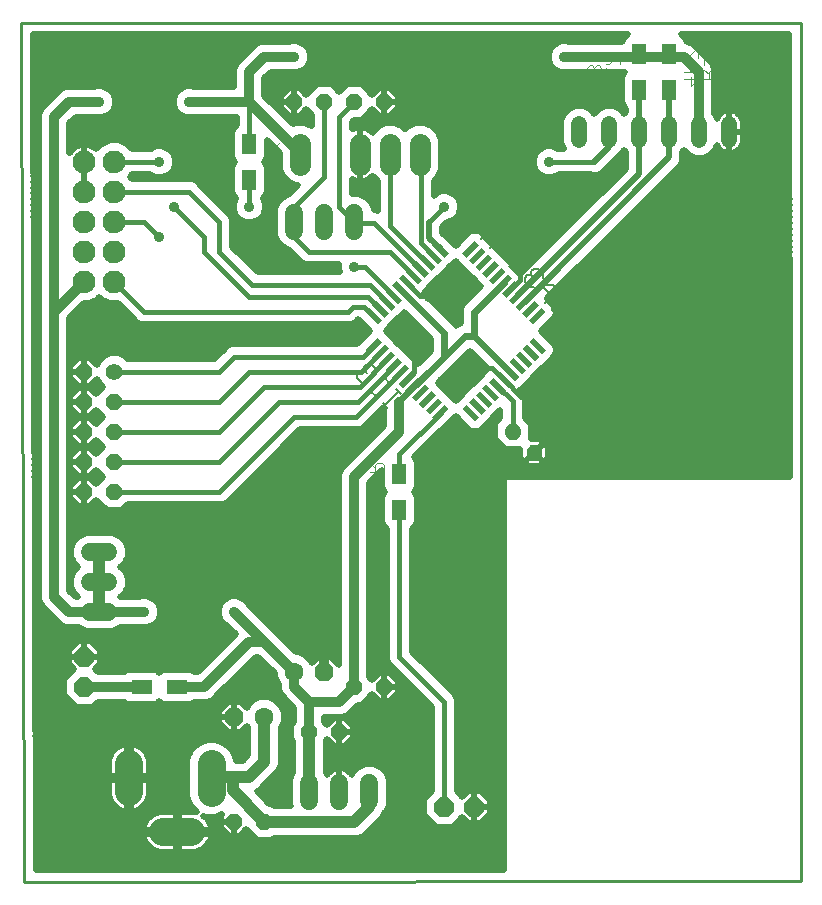
<source format=gbl>
G75*
%MOIN*%
%OFA0B0*%
%FSLAX25Y25*%
%IPPOS*%
%LPD*%
%AMOC8*
5,1,8,0,0,1.08239X$1,22.5*
%
%ADD10C,0.00000*%
%ADD11C,0.01000*%
%ADD12OC8,0.05200*%
%ADD13C,0.06300*%
%ADD14OC8,0.06300*%
%ADD15C,0.05600*%
%ADD16OC8,0.05600*%
%ADD17C,0.05200*%
%ADD18C,0.06000*%
%ADD19C,0.01040*%
%ADD20C,0.09449*%
%ADD21C,0.07600*%
%ADD22C,0.07000*%
%ADD23R,0.05906X0.01969*%
%ADD24R,0.01969X0.05906*%
%ADD25C,0.00600*%
%ADD26R,0.04724X0.07087*%
%ADD27C,0.00400*%
%ADD28OC8,0.06600*%
%ADD29R,0.07087X0.04724*%
%ADD30C,0.01969*%
%ADD31C,0.01600*%
%ADD32C,0.03200*%
%ADD33C,0.03562*%
%ADD34C,0.04000*%
%ADD35C,0.02400*%
D10*
X0248233Y0001984D02*
X0262233Y0002284D01*
D11*
X0003233Y0001984D02*
X0002133Y0288384D01*
X0262133Y0288384D01*
X0262233Y0002284D01*
X0003233Y0001984D01*
D12*
X0073233Y0021984D03*
X0083233Y0021984D03*
X0098233Y0051984D03*
X0108233Y0051984D03*
X0113233Y0066984D03*
X0123233Y0066984D03*
X0123233Y0261984D03*
X0113233Y0261984D03*
X0103233Y0261984D03*
X0093233Y0261984D03*
D13*
X0093233Y0071984D03*
X0083233Y0056984D03*
D14*
X0073233Y0056984D03*
X0103233Y0071984D03*
D15*
X0033233Y0171984D03*
D16*
X0023233Y0171984D03*
X0023233Y0161984D03*
X0023233Y0151984D03*
X0023233Y0141984D03*
X0023233Y0131984D03*
X0033233Y0131984D03*
X0033233Y0141984D03*
X0033233Y0151984D03*
X0033233Y0161984D03*
D17*
X0188233Y0249384D02*
X0188233Y0254584D01*
X0198233Y0254584D02*
X0198233Y0249384D01*
X0208233Y0249384D02*
X0208233Y0254584D01*
X0218233Y0254584D02*
X0218233Y0249384D01*
X0228233Y0249384D02*
X0228233Y0254584D01*
X0238233Y0254584D02*
X0238233Y0249384D01*
D18*
X0113233Y0224984D02*
X0113233Y0218984D01*
X0103233Y0218984D02*
X0103233Y0224984D01*
X0093233Y0224984D02*
X0093233Y0218984D01*
X0031233Y0111984D02*
X0025233Y0111984D01*
X0025233Y0101984D02*
X0031233Y0101984D01*
X0031233Y0091984D02*
X0025233Y0091984D01*
X0098233Y0034984D02*
X0098233Y0028984D01*
X0108233Y0028984D02*
X0108233Y0034984D01*
X0118233Y0034984D02*
X0118233Y0028984D01*
D19*
X0172728Y0146673D02*
X0172208Y0147193D01*
X0173930Y0147193D01*
X0175148Y0145975D01*
X0175148Y0144253D01*
X0173930Y0143035D01*
X0172208Y0143035D01*
X0170990Y0144253D01*
X0170990Y0145975D01*
X0172208Y0147193D01*
X0172531Y0146413D01*
X0173607Y0146413D01*
X0174368Y0145652D01*
X0174368Y0144576D01*
X0173607Y0143815D01*
X0172531Y0143815D01*
X0171770Y0144576D01*
X0171770Y0145652D01*
X0172531Y0146413D01*
X0172854Y0145633D01*
X0173284Y0145633D01*
X0173588Y0145329D01*
X0173588Y0144899D01*
X0173284Y0144595D01*
X0172854Y0144595D01*
X0172550Y0144899D01*
X0172550Y0145329D01*
X0172854Y0145633D01*
X0165657Y0153744D02*
X0165137Y0154264D01*
X0166859Y0154264D01*
X0168077Y0153046D01*
X0168077Y0151324D01*
X0166859Y0150106D01*
X0165137Y0150106D01*
X0163919Y0151324D01*
X0163919Y0153046D01*
X0165137Y0154264D01*
X0165460Y0153484D01*
X0166536Y0153484D01*
X0167297Y0152723D01*
X0167297Y0151647D01*
X0166536Y0150886D01*
X0165460Y0150886D01*
X0164699Y0151647D01*
X0164699Y0152723D01*
X0165460Y0153484D01*
X0165783Y0152704D01*
X0166213Y0152704D01*
X0166517Y0152400D01*
X0166517Y0151970D01*
X0166213Y0151666D01*
X0165783Y0151666D01*
X0165479Y0151970D01*
X0165479Y0152400D01*
X0165783Y0152704D01*
D20*
X0065633Y0041209D02*
X0065633Y0031760D01*
X0058921Y0018709D02*
X0049472Y0018709D01*
X0038055Y0031976D02*
X0038055Y0041425D01*
D21*
X0033233Y0201984D03*
X0023233Y0201984D03*
X0023233Y0211984D03*
X0023233Y0221984D03*
X0023233Y0231984D03*
X0023233Y0241984D03*
X0033233Y0241984D03*
X0033233Y0231984D03*
X0033233Y0221984D03*
X0033233Y0211984D03*
D22*
X0095202Y0241083D02*
X0095202Y0248083D01*
X0115202Y0248083D02*
X0115202Y0241083D01*
X0125202Y0241083D02*
X0125202Y0248083D01*
X0135202Y0248083D02*
X0135202Y0241083D01*
D23*
G36*
X0143350Y0210119D02*
X0139175Y0214294D01*
X0140566Y0215685D01*
X0144741Y0211510D01*
X0143350Y0210119D01*
G37*
G36*
X0141123Y0207892D02*
X0136948Y0212067D01*
X0138339Y0213458D01*
X0142514Y0209283D01*
X0141123Y0207892D01*
G37*
G36*
X0138896Y0205665D02*
X0134721Y0209840D01*
X0136112Y0211231D01*
X0140287Y0207056D01*
X0138896Y0205665D01*
G37*
G36*
X0136669Y0203438D02*
X0132494Y0207613D01*
X0133885Y0209004D01*
X0138060Y0204829D01*
X0136669Y0203438D01*
G37*
G36*
X0134441Y0201210D02*
X0130266Y0205385D01*
X0131657Y0206776D01*
X0135832Y0202601D01*
X0134441Y0201210D01*
G37*
G36*
X0132214Y0198983D02*
X0128039Y0203158D01*
X0129430Y0204549D01*
X0133605Y0200374D01*
X0132214Y0198983D01*
G37*
G36*
X0129987Y0196756D02*
X0125812Y0200931D01*
X0127203Y0202322D01*
X0131378Y0198147D01*
X0129987Y0196756D01*
G37*
G36*
X0127760Y0194529D02*
X0123585Y0198704D01*
X0124976Y0200095D01*
X0129151Y0195920D01*
X0127760Y0194529D01*
G37*
G36*
X0125533Y0192302D02*
X0121358Y0196477D01*
X0122749Y0197868D01*
X0126924Y0193693D01*
X0125533Y0192302D01*
G37*
G36*
X0123306Y0190075D02*
X0119131Y0194250D01*
X0120522Y0195641D01*
X0124697Y0191466D01*
X0123306Y0190075D01*
G37*
G36*
X0121079Y0187848D02*
X0116904Y0192023D01*
X0118295Y0193414D01*
X0122470Y0189239D01*
X0121079Y0187848D01*
G37*
G36*
X0153372Y0155555D02*
X0149197Y0159730D01*
X0150588Y0161121D01*
X0154763Y0156946D01*
X0153372Y0155555D01*
G37*
G36*
X0155599Y0157782D02*
X0151424Y0161957D01*
X0152815Y0163348D01*
X0156990Y0159173D01*
X0155599Y0157782D01*
G37*
G36*
X0157826Y0160009D02*
X0153651Y0164184D01*
X0155042Y0165575D01*
X0159217Y0161400D01*
X0157826Y0160009D01*
G37*
G36*
X0160053Y0162236D02*
X0155878Y0166411D01*
X0157269Y0167802D01*
X0161444Y0163627D01*
X0160053Y0162236D01*
G37*
G36*
X0162280Y0164463D02*
X0158105Y0168638D01*
X0159496Y0170029D01*
X0163671Y0165854D01*
X0162280Y0164463D01*
G37*
G36*
X0164507Y0166690D02*
X0160332Y0170865D01*
X0161723Y0172256D01*
X0165898Y0168081D01*
X0164507Y0166690D01*
G37*
G36*
X0166735Y0168917D02*
X0162560Y0173092D01*
X0163951Y0174483D01*
X0168126Y0170308D01*
X0166735Y0168917D01*
G37*
G36*
X0168962Y0171144D02*
X0164787Y0175319D01*
X0166178Y0176710D01*
X0170353Y0172535D01*
X0168962Y0171144D01*
G37*
G36*
X0171189Y0173372D02*
X0167014Y0177547D01*
X0168405Y0178938D01*
X0172580Y0174763D01*
X0171189Y0173372D01*
G37*
G36*
X0173416Y0175599D02*
X0169241Y0179774D01*
X0170632Y0181165D01*
X0174807Y0176990D01*
X0173416Y0175599D01*
G37*
G36*
X0175643Y0177826D02*
X0171468Y0182001D01*
X0172859Y0183392D01*
X0177034Y0179217D01*
X0175643Y0177826D01*
G37*
D24*
G36*
X0172859Y0187848D02*
X0171468Y0189239D01*
X0175643Y0193414D01*
X0177034Y0192023D01*
X0172859Y0187848D01*
G37*
G36*
X0170632Y0190075D02*
X0169241Y0191466D01*
X0173416Y0195641D01*
X0174807Y0194250D01*
X0170632Y0190075D01*
G37*
G36*
X0168405Y0192302D02*
X0167014Y0193693D01*
X0171189Y0197868D01*
X0172580Y0196477D01*
X0168405Y0192302D01*
G37*
G36*
X0166178Y0194529D02*
X0164787Y0195920D01*
X0168962Y0200095D01*
X0170353Y0198704D01*
X0166178Y0194529D01*
G37*
G36*
X0163951Y0196756D02*
X0162560Y0198147D01*
X0166735Y0202322D01*
X0168126Y0200931D01*
X0163951Y0196756D01*
G37*
G36*
X0161723Y0198983D02*
X0160332Y0200374D01*
X0164507Y0204549D01*
X0165898Y0203158D01*
X0161723Y0198983D01*
G37*
G36*
X0159496Y0201210D02*
X0158105Y0202601D01*
X0162280Y0206776D01*
X0163671Y0205385D01*
X0159496Y0201210D01*
G37*
G36*
X0157269Y0203438D02*
X0155878Y0204829D01*
X0160053Y0209004D01*
X0161444Y0207613D01*
X0157269Y0203438D01*
G37*
G36*
X0155042Y0205665D02*
X0153651Y0207056D01*
X0157826Y0211231D01*
X0159217Y0209840D01*
X0155042Y0205665D01*
G37*
G36*
X0152815Y0207892D02*
X0151424Y0209283D01*
X0155599Y0213458D01*
X0156990Y0212067D01*
X0152815Y0207892D01*
G37*
G36*
X0150588Y0210119D02*
X0149197Y0211510D01*
X0153372Y0215685D01*
X0154763Y0214294D01*
X0150588Y0210119D01*
G37*
G36*
X0118295Y0177826D02*
X0116904Y0179217D01*
X0121079Y0183392D01*
X0122470Y0182001D01*
X0118295Y0177826D01*
G37*
G36*
X0120522Y0175599D02*
X0119131Y0176990D01*
X0123306Y0181165D01*
X0124697Y0179774D01*
X0120522Y0175599D01*
G37*
G36*
X0122749Y0173372D02*
X0121358Y0174763D01*
X0125533Y0178938D01*
X0126924Y0177547D01*
X0122749Y0173372D01*
G37*
G36*
X0124976Y0171144D02*
X0123585Y0172535D01*
X0127760Y0176710D01*
X0129151Y0175319D01*
X0124976Y0171144D01*
G37*
G36*
X0127203Y0168917D02*
X0125812Y0170308D01*
X0129987Y0174483D01*
X0131378Y0173092D01*
X0127203Y0168917D01*
G37*
G36*
X0129430Y0166690D02*
X0128039Y0168081D01*
X0132214Y0172256D01*
X0133605Y0170865D01*
X0129430Y0166690D01*
G37*
G36*
X0131657Y0164463D02*
X0130266Y0165854D01*
X0134441Y0170029D01*
X0135832Y0168638D01*
X0131657Y0164463D01*
G37*
G36*
X0133885Y0162236D02*
X0132494Y0163627D01*
X0136669Y0167802D01*
X0138060Y0166411D01*
X0133885Y0162236D01*
G37*
G36*
X0136112Y0160009D02*
X0134721Y0161400D01*
X0138896Y0165575D01*
X0140287Y0164184D01*
X0136112Y0160009D01*
G37*
G36*
X0138339Y0157782D02*
X0136948Y0159173D01*
X0141123Y0163348D01*
X0142514Y0161957D01*
X0138339Y0157782D01*
G37*
G36*
X0140566Y0155555D02*
X0139175Y0156946D01*
X0143350Y0161121D01*
X0144741Y0159730D01*
X0140566Y0155555D01*
G37*
D25*
X0128650Y0164631D02*
X0127140Y0166141D01*
X0127895Y0165386D02*
X0123366Y0160857D01*
X0124121Y0160102D02*
X0122611Y0161611D01*
X0121837Y0163895D02*
X0120328Y0163895D01*
X0118818Y0165405D01*
X0118818Y0166915D01*
X0117280Y0168453D02*
X0115770Y0168453D01*
X0114260Y0169962D01*
X0114260Y0171472D01*
X0115015Y0172227D01*
X0116525Y0172227D01*
X0117280Y0171472D01*
X0116525Y0172227D02*
X0116525Y0173737D01*
X0117280Y0174492D01*
X0118789Y0174492D01*
X0120299Y0172982D01*
X0120299Y0171472D01*
X0121837Y0169934D02*
X0123347Y0169934D01*
X0124857Y0168424D01*
X0124857Y0166915D01*
X0121837Y0163895D01*
X0164671Y0207188D02*
X0167691Y0204169D01*
X0167691Y0210208D01*
X0168446Y0210963D01*
X0169956Y0210963D01*
X0171465Y0209453D01*
X0171465Y0207943D01*
X0173004Y0206405D02*
X0172249Y0205650D01*
X0172249Y0204141D01*
X0170739Y0204141D01*
X0169984Y0203386D01*
X0169984Y0201876D01*
X0171494Y0200366D01*
X0173004Y0200366D01*
X0173787Y0198073D02*
X0176806Y0201093D01*
X0179826Y0201093D01*
X0179826Y0198073D01*
X0176806Y0195054D01*
X0179099Y0194270D02*
X0179099Y0192761D01*
X0180609Y0191251D01*
X0182119Y0191251D01*
X0185138Y0194270D01*
X0185138Y0195780D01*
X0183629Y0197290D01*
X0182119Y0197290D01*
X0180609Y0195780D02*
X0179099Y0194270D01*
X0180609Y0195780D02*
X0182119Y0194270D01*
X0179071Y0197318D02*
X0176051Y0200338D01*
X0176023Y0203386D02*
X0176023Y0204895D01*
X0174513Y0206405D01*
X0173004Y0206405D01*
X0172249Y0204141D02*
X0173004Y0203386D01*
X0165398Y0210991D02*
X0162378Y0214011D01*
X0160840Y0215549D02*
X0157821Y0218568D01*
X0158576Y0219323D02*
X0155556Y0216304D01*
X0158576Y0219323D02*
X0161595Y0219323D01*
X0161595Y0216304D01*
X0158576Y0213284D01*
X0182902Y0188958D02*
X0185922Y0185938D01*
X0190451Y0190468D01*
X0187431Y0193487D01*
X0186677Y0189713D02*
X0188186Y0188203D01*
X0191989Y0188929D02*
X0187460Y0184400D01*
X0190479Y0181381D02*
X0195009Y0185910D01*
X0191989Y0185910D01*
X0191989Y0188929D01*
D26*
X0128233Y0137886D03*
X0128233Y0126083D03*
X0078233Y0236083D03*
X0078233Y0247886D03*
X0208233Y0266083D03*
X0218233Y0266083D03*
X0218233Y0277886D03*
X0208233Y0277886D03*
D27*
X0201837Y0277861D02*
X0201837Y0274792D01*
X0201837Y0273257D02*
X0198768Y0270188D01*
X0199535Y0270955D02*
X0197233Y0273257D01*
X0197233Y0274792D02*
X0198001Y0274792D01*
X0201070Y0277861D01*
X0201837Y0277861D01*
X0201837Y0270188D02*
X0197233Y0270188D01*
X0195537Y0268786D02*
X0194770Y0269554D01*
X0193235Y0269554D01*
X0192468Y0268786D01*
X0192468Y0266484D01*
X0190933Y0266484D02*
X0195537Y0266484D01*
X0195537Y0268786D01*
X0197233Y0267886D02*
X0201837Y0267886D01*
X0199535Y0265584D01*
X0199535Y0268654D01*
X0195537Y0271855D02*
X0195537Y0273390D01*
X0194770Y0274157D01*
X0194003Y0274157D01*
X0193235Y0273390D01*
X0192468Y0274157D01*
X0191701Y0274157D01*
X0190933Y0273390D01*
X0190933Y0271855D01*
X0191701Y0271088D01*
X0190933Y0269554D02*
X0192468Y0268019D01*
X0194770Y0271088D02*
X0195537Y0271855D01*
X0193235Y0272623D02*
X0193235Y0273390D01*
X0223233Y0271888D02*
X0227837Y0271888D01*
X0229833Y0272754D02*
X0231368Y0271219D01*
X0231368Y0271986D02*
X0231368Y0269684D01*
X0229833Y0269684D02*
X0234437Y0269684D01*
X0234437Y0271986D01*
X0233670Y0272754D01*
X0232135Y0272754D01*
X0231368Y0271986D01*
X0232903Y0274288D02*
X0234437Y0275823D01*
X0229833Y0275823D01*
X0229833Y0277357D02*
X0229833Y0274288D01*
X0227837Y0274957D02*
X0224768Y0271888D01*
X0225535Y0272655D02*
X0223233Y0274957D01*
X0223233Y0276492D02*
X0224001Y0276492D01*
X0227070Y0279561D01*
X0227837Y0279561D01*
X0227837Y0276492D01*
X0225535Y0270354D02*
X0225535Y0267284D01*
X0227837Y0269586D01*
X0223233Y0269586D01*
X0122270Y0141565D02*
X0120735Y0141565D01*
X0119968Y0140798D01*
X0119968Y0138496D01*
X0119968Y0140031D02*
X0118433Y0141565D01*
X0118433Y0138496D02*
X0123037Y0138496D01*
X0123037Y0140798D01*
X0122270Y0141565D01*
X0122270Y0136961D02*
X0119201Y0133892D01*
X0118433Y0134659D01*
X0118433Y0136194D01*
X0119201Y0136961D01*
X0122270Y0136961D01*
X0123037Y0136194D01*
X0123037Y0134659D01*
X0122270Y0133892D01*
X0119201Y0133892D01*
X0119201Y0132357D02*
X0118433Y0131590D01*
X0118433Y0130055D01*
X0119201Y0129288D01*
X0122270Y0132357D01*
X0119201Y0132357D01*
X0119201Y0129288D02*
X0122270Y0129288D01*
X0123037Y0130055D01*
X0123037Y0131590D01*
X0122270Y0132357D01*
X0122270Y0127754D02*
X0121503Y0127754D01*
X0120735Y0126986D01*
X0119968Y0127754D01*
X0119201Y0127754D01*
X0118433Y0126986D01*
X0118433Y0125452D01*
X0119201Y0124684D01*
X0120735Y0126219D02*
X0120735Y0126986D01*
X0122270Y0127754D02*
X0123037Y0126986D01*
X0123037Y0125452D01*
X0122270Y0124684D01*
X0133433Y0124684D02*
X0138037Y0124684D01*
X0138037Y0126986D01*
X0137270Y0127754D01*
X0135735Y0127754D01*
X0134968Y0126986D01*
X0134968Y0124684D01*
X0134968Y0126219D02*
X0133433Y0127754D01*
X0134201Y0129288D02*
X0134968Y0129288D01*
X0135735Y0130055D01*
X0135735Y0131590D01*
X0134968Y0132357D01*
X0134201Y0132357D01*
X0133433Y0131590D01*
X0133433Y0130055D01*
X0134201Y0129288D01*
X0135735Y0130055D02*
X0136503Y0129288D01*
X0137270Y0129288D01*
X0138037Y0130055D01*
X0138037Y0131590D01*
X0137270Y0132357D01*
X0136503Y0132357D01*
X0135735Y0131590D01*
X0058949Y0076021D02*
X0058182Y0076788D01*
X0056647Y0076788D01*
X0055880Y0076021D01*
X0055880Y0075254D01*
X0058949Y0072184D01*
X0055880Y0072184D01*
X0054345Y0072952D02*
X0054345Y0073719D01*
X0053578Y0074486D01*
X0052043Y0074486D01*
X0051276Y0073719D01*
X0051276Y0072952D01*
X0052043Y0072184D01*
X0053578Y0072184D01*
X0054345Y0072952D01*
X0053578Y0074486D02*
X0054345Y0075254D01*
X0054345Y0076021D01*
X0053578Y0076788D01*
X0052043Y0076788D01*
X0051276Y0076021D01*
X0051276Y0075254D01*
X0052043Y0074486D01*
X0049741Y0072952D02*
X0048974Y0072184D01*
X0047439Y0072184D01*
X0046672Y0072952D01*
X0046672Y0076021D01*
X0049741Y0072952D01*
X0049741Y0076021D01*
X0048974Y0076788D01*
X0047439Y0076788D01*
X0046672Y0076021D01*
X0045137Y0076788D02*
X0042835Y0076788D01*
X0042068Y0076021D01*
X0042068Y0074486D01*
X0042835Y0073719D01*
X0045137Y0073719D01*
X0043603Y0073719D02*
X0042068Y0072184D01*
X0045137Y0072184D02*
X0045137Y0076788D01*
X0045137Y0061788D02*
X0042068Y0061788D01*
X0042068Y0061021D01*
X0045137Y0057952D01*
X0045137Y0057184D01*
X0046672Y0057184D02*
X0048207Y0058719D01*
X0047439Y0058719D02*
X0049741Y0058719D01*
X0049741Y0057184D02*
X0049741Y0061788D01*
X0047439Y0061788D01*
X0046672Y0061021D01*
X0046672Y0059486D01*
X0047439Y0058719D01*
X0083433Y0235872D02*
X0083433Y0238942D01*
X0083433Y0237407D02*
X0088037Y0237407D01*
X0086503Y0235872D01*
X0087270Y0240476D02*
X0084201Y0240476D01*
X0087270Y0243546D01*
X0084201Y0243546D01*
X0083433Y0242778D01*
X0083433Y0241244D01*
X0084201Y0240476D01*
X0087270Y0240476D02*
X0088037Y0241244D01*
X0088037Y0242778D01*
X0087270Y0243546D01*
X0088037Y0245080D02*
X0083433Y0245080D01*
X0084968Y0245080D02*
X0088037Y0248150D01*
X0085735Y0245848D02*
X0083433Y0248150D01*
X0073037Y0248150D02*
X0072270Y0246615D01*
X0070735Y0245080D01*
X0070735Y0247382D01*
X0069968Y0248150D01*
X0069201Y0248150D01*
X0068433Y0247382D01*
X0068433Y0245848D01*
X0069201Y0245080D01*
X0070735Y0245080D01*
X0070735Y0243546D02*
X0069968Y0242778D01*
X0069968Y0240476D01*
X0068433Y0240476D02*
X0073037Y0240476D01*
X0073037Y0242778D01*
X0072270Y0243546D01*
X0070735Y0243546D01*
X0069968Y0242011D02*
X0068433Y0243546D01*
D28*
X0023233Y0076984D03*
X0023233Y0066984D03*
X0143233Y0026984D03*
X0153233Y0026984D03*
D29*
X0054135Y0066984D03*
X0042332Y0066984D03*
D30*
X0046548Y0061238D02*
X0038115Y0061238D01*
X0036871Y0061753D01*
X0036624Y0062000D01*
X0027702Y0062000D01*
X0026002Y0060300D01*
X0020465Y0060300D01*
X0016549Y0064216D01*
X0016549Y0069753D01*
X0019770Y0072974D01*
X0017949Y0074795D01*
X0017949Y0076984D01*
X0023233Y0076984D01*
X0023233Y0076984D01*
X0017949Y0076984D01*
X0017949Y0079173D01*
X0021045Y0082268D01*
X0023233Y0082268D01*
X0023233Y0076984D01*
X0023233Y0076984D01*
X0023233Y0076984D01*
X0028518Y0076984D01*
X0028518Y0074795D01*
X0026696Y0072974D01*
X0027702Y0071968D01*
X0036624Y0071968D01*
X0036871Y0072215D01*
X0038115Y0072731D01*
X0046548Y0072731D01*
X0047792Y0072215D01*
X0048233Y0071774D01*
X0048675Y0072215D01*
X0049918Y0072731D01*
X0058351Y0072731D01*
X0059595Y0072215D01*
X0059842Y0071968D01*
X0061169Y0071968D01*
X0073685Y0084484D01*
X0070745Y0087424D01*
X0070307Y0087605D01*
X0068854Y0089058D01*
X0068068Y0090957D01*
X0068068Y0093012D01*
X0068854Y0094910D01*
X0070307Y0096363D01*
X0072206Y0097150D01*
X0074261Y0097150D01*
X0076159Y0096363D01*
X0077612Y0094910D01*
X0077793Y0094473D01*
X0087459Y0084808D01*
X0087459Y0084808D01*
X0093748Y0078518D01*
X0094533Y0078518D01*
X0096935Y0077524D01*
X0098773Y0075686D01*
X0099037Y0075048D01*
X0101107Y0077118D01*
X0103233Y0077118D01*
X0103233Y0071984D01*
X0103233Y0071984D01*
X0103233Y0077118D01*
X0105360Y0077118D01*
X0108249Y0074229D01*
X0108249Y0137976D01*
X0109008Y0139808D01*
X0123249Y0154049D01*
X0123249Y0160437D01*
X0116249Y0153437D01*
X0114711Y0152800D01*
X0094966Y0152800D01*
X0070604Y0128437D01*
X0069066Y0127800D01*
X0037795Y0127800D01*
X0035795Y0125800D01*
X0030672Y0125800D01*
X0027243Y0129228D01*
X0025215Y0127200D01*
X0023233Y0127200D01*
X0023233Y0131984D01*
X0018449Y0131984D01*
X0018449Y0130003D01*
X0021252Y0127200D01*
X0023233Y0127200D01*
X0023233Y0131984D01*
X0023233Y0131984D01*
X0023233Y0131984D01*
X0018449Y0131984D01*
X0018449Y0133966D01*
X0021252Y0136768D01*
X0023233Y0136768D01*
X0023233Y0131984D01*
X0023233Y0131984D01*
X0023233Y0136768D01*
X0025215Y0136768D01*
X0027243Y0134740D01*
X0029487Y0136984D01*
X0027243Y0139228D01*
X0025215Y0137200D01*
X0023233Y0137200D01*
X0023233Y0141984D01*
X0018449Y0141984D01*
X0018449Y0140003D01*
X0021252Y0137200D01*
X0023233Y0137200D01*
X0023233Y0141984D01*
X0023233Y0141984D01*
X0023233Y0141984D01*
X0018449Y0141984D01*
X0018449Y0143966D01*
X0021252Y0146768D01*
X0023233Y0146768D01*
X0023233Y0141984D01*
X0023233Y0141984D01*
X0023233Y0146768D01*
X0025215Y0146768D01*
X0027243Y0144740D01*
X0029487Y0146984D01*
X0027243Y0149228D01*
X0025215Y0147200D01*
X0023233Y0147200D01*
X0023233Y0151984D01*
X0018449Y0151984D01*
X0018449Y0150003D01*
X0021252Y0147200D01*
X0023233Y0147200D01*
X0023233Y0151984D01*
X0023233Y0151984D01*
X0023233Y0151984D01*
X0018449Y0151984D01*
X0018449Y0153966D01*
X0021252Y0156768D01*
X0023233Y0156768D01*
X0023233Y0151984D01*
X0023233Y0151984D01*
X0023233Y0156768D01*
X0025215Y0156768D01*
X0027243Y0154740D01*
X0029487Y0156984D01*
X0027243Y0159228D01*
X0025215Y0157200D01*
X0023233Y0157200D01*
X0023233Y0161984D01*
X0018449Y0161984D01*
X0018449Y0160003D01*
X0021252Y0157200D01*
X0023233Y0157200D01*
X0023233Y0161984D01*
X0023233Y0161984D01*
X0023233Y0161984D01*
X0018449Y0161984D01*
X0018449Y0163966D01*
X0021252Y0166768D01*
X0023233Y0166768D01*
X0023233Y0161984D01*
X0023233Y0161984D01*
X0023233Y0166768D01*
X0025215Y0166768D01*
X0027243Y0164740D01*
X0029487Y0166984D01*
X0027991Y0168481D01*
X0027553Y0169538D01*
X0025215Y0167200D01*
X0023233Y0167200D01*
X0023233Y0171984D01*
X0018449Y0171984D01*
X0018449Y0170003D01*
X0021252Y0167200D01*
X0023233Y0167200D01*
X0023233Y0171984D01*
X0023233Y0171984D01*
X0023233Y0171984D01*
X0018449Y0171984D01*
X0018449Y0173966D01*
X0021252Y0176768D01*
X0023233Y0176768D01*
X0023233Y0171984D01*
X0023233Y0171984D01*
X0023233Y0176768D01*
X0025215Y0176768D01*
X0027553Y0174431D01*
X0027991Y0175487D01*
X0029730Y0177227D01*
X0032003Y0178168D01*
X0034463Y0178168D01*
X0036736Y0177227D01*
X0037795Y0176168D01*
X0066500Y0176168D01*
X0069686Y0179354D01*
X0069686Y0179354D01*
X0070863Y0180531D01*
X0072401Y0181168D01*
X0114069Y0181168D01*
X0118520Y0185620D01*
X0114553Y0189587D01*
X0113404Y0188437D01*
X0111866Y0187800D01*
X0042401Y0187800D01*
X0040863Y0188437D01*
X0039686Y0189614D01*
X0034500Y0194800D01*
X0031804Y0194800D01*
X0029164Y0195894D01*
X0028233Y0196824D01*
X0027303Y0195894D01*
X0024662Y0194800D01*
X0023098Y0194800D01*
X0018218Y0189920D01*
X0018218Y0099049D01*
X0020298Y0096968D01*
X0021189Y0096968D01*
X0021205Y0096984D01*
X0019821Y0098368D01*
X0018849Y0100714D01*
X0018849Y0103254D01*
X0019821Y0105601D01*
X0021205Y0106984D01*
X0019821Y0108368D01*
X0018849Y0110714D01*
X0018849Y0113254D01*
X0019821Y0115601D01*
X0021617Y0117397D01*
X0023963Y0118368D01*
X0032503Y0118368D01*
X0034850Y0117397D01*
X0036646Y0115601D01*
X0037618Y0113254D01*
X0037618Y0110714D01*
X0036646Y0108368D01*
X0035262Y0106984D01*
X0036646Y0105601D01*
X0037618Y0103254D01*
X0037618Y0100714D01*
X0036646Y0098368D01*
X0035262Y0096984D01*
X0035278Y0096968D01*
X0041769Y0096968D01*
X0042206Y0097150D01*
X0044261Y0097150D01*
X0046159Y0096363D01*
X0047612Y0094910D01*
X0048399Y0093012D01*
X0048399Y0090957D01*
X0047612Y0089058D01*
X0046159Y0087605D01*
X0044261Y0086819D01*
X0042206Y0086819D01*
X0041769Y0087000D01*
X0035278Y0087000D01*
X0034850Y0086572D01*
X0032503Y0085600D01*
X0023963Y0085600D01*
X0021617Y0086572D01*
X0021189Y0087000D01*
X0017242Y0087000D01*
X0015410Y0087759D01*
X0010410Y0092759D01*
X0009008Y0094161D01*
X0008249Y0095993D01*
X0008249Y0257976D01*
X0009008Y0259808D01*
X0014008Y0264808D01*
X0015410Y0266210D01*
X0017242Y0266968D01*
X0026769Y0266968D01*
X0027206Y0267150D01*
X0029261Y0267150D01*
X0031159Y0266363D01*
X0032612Y0264910D01*
X0033399Y0263012D01*
X0033399Y0260957D01*
X0032612Y0259058D01*
X0031159Y0257605D01*
X0029261Y0256819D01*
X0027206Y0256819D01*
X0026769Y0257000D01*
X0020298Y0257000D01*
X0018218Y0254920D01*
X0018218Y0244881D01*
X0018286Y0245016D01*
X0018821Y0245752D01*
X0019465Y0246396D01*
X0020202Y0246931D01*
X0021013Y0247345D01*
X0021879Y0247626D01*
X0022778Y0247768D01*
X0023233Y0247768D01*
X0023233Y0241984D01*
X0023233Y0241984D01*
X0023233Y0231984D01*
X0023233Y0231984D01*
X0023233Y0236200D01*
X0023233Y0241984D01*
X0023233Y0241984D01*
X0023233Y0247768D01*
X0023689Y0247768D01*
X0024588Y0247626D01*
X0025454Y0247345D01*
X0026265Y0246931D01*
X0027002Y0246396D01*
X0027243Y0246154D01*
X0029164Y0248075D01*
X0031804Y0249168D01*
X0034662Y0249168D01*
X0037303Y0248075D01*
X0039209Y0246168D01*
X0045113Y0246168D01*
X0045307Y0246363D01*
X0047206Y0247150D01*
X0049261Y0247150D01*
X0051159Y0246363D01*
X0052612Y0244910D01*
X0053399Y0243012D01*
X0053399Y0240957D01*
X0052612Y0239058D01*
X0051159Y0237605D01*
X0049261Y0236819D01*
X0047206Y0236819D01*
X0045307Y0237605D01*
X0045113Y0237800D01*
X0039209Y0237800D01*
X0038393Y0236984D01*
X0039209Y0236168D01*
X0059066Y0236168D01*
X0060604Y0235531D01*
X0061781Y0234354D01*
X0071781Y0224354D01*
X0072418Y0222817D01*
X0072418Y0213717D01*
X0080966Y0205168D01*
X0108395Y0205168D01*
X0108068Y0205957D01*
X0108068Y0207800D01*
X0097401Y0207800D01*
X0095863Y0208437D01*
X0091514Y0212786D01*
X0089617Y0213572D01*
X0087821Y0215368D01*
X0086849Y0217714D01*
X0086849Y0226254D01*
X0087821Y0228601D01*
X0089617Y0230397D01*
X0091514Y0231182D01*
X0094530Y0234198D01*
X0093832Y0234198D01*
X0091302Y0235246D01*
X0089366Y0237183D01*
X0088318Y0239713D01*
X0088318Y0244851D01*
X0083980Y0249189D01*
X0083980Y0243669D01*
X0083465Y0242425D01*
X0083023Y0241984D01*
X0083465Y0241543D01*
X0083980Y0240299D01*
X0083980Y0231866D01*
X0083465Y0230622D01*
X0082653Y0229811D01*
X0083399Y0228012D01*
X0083399Y0225957D01*
X0082612Y0224058D01*
X0081159Y0222605D01*
X0079261Y0221819D01*
X0077206Y0221819D01*
X0075307Y0222605D01*
X0073854Y0224058D01*
X0073068Y0225957D01*
X0073068Y0228012D01*
X0073813Y0229811D01*
X0073002Y0230622D01*
X0072487Y0231866D01*
X0072487Y0240299D01*
X0073002Y0241543D01*
X0073443Y0241984D01*
X0073002Y0242425D01*
X0072487Y0243669D01*
X0072487Y0252102D01*
X0073002Y0253346D01*
X0073954Y0254298D01*
X0074049Y0254337D01*
X0074049Y0257000D01*
X0059698Y0257000D01*
X0059261Y0256819D01*
X0057206Y0256819D01*
X0055307Y0257605D01*
X0053854Y0259058D01*
X0053068Y0260957D01*
X0053068Y0263012D01*
X0053854Y0264910D01*
X0055307Y0266363D01*
X0057206Y0267150D01*
X0059261Y0267150D01*
X0059698Y0266968D01*
X0073249Y0266968D01*
X0073249Y0272976D01*
X0074008Y0274808D01*
X0080410Y0281210D01*
X0082242Y0281968D01*
X0091769Y0281968D01*
X0092206Y0282150D01*
X0094261Y0282150D01*
X0096159Y0281363D01*
X0097612Y0279910D01*
X0098399Y0278012D01*
X0098399Y0275957D01*
X0097612Y0274058D01*
X0096159Y0272605D01*
X0094261Y0271819D01*
X0092206Y0271819D01*
X0091769Y0272000D01*
X0085298Y0272000D01*
X0083218Y0269920D01*
X0083218Y0264049D01*
X0092748Y0254518D01*
X0093832Y0254967D01*
X0096571Y0254967D01*
X0099049Y0253941D01*
X0099049Y0257705D01*
X0097249Y0259505D01*
X0097249Y0259517D01*
X0095132Y0257400D01*
X0093233Y0257400D01*
X0093233Y0261984D01*
X0088649Y0261984D01*
X0088649Y0260085D01*
X0091334Y0257400D01*
X0093233Y0257400D01*
X0093233Y0261984D01*
X0093233Y0261984D01*
X0093233Y0261984D01*
X0088649Y0261984D01*
X0088649Y0263883D01*
X0091334Y0266568D01*
X0093233Y0266568D01*
X0093233Y0261984D01*
X0093233Y0261984D01*
X0093233Y0266568D01*
X0095132Y0266568D01*
X0097249Y0264452D01*
X0097249Y0264463D01*
X0100755Y0267968D01*
X0105712Y0267968D01*
X0108233Y0265447D01*
X0110755Y0267968D01*
X0115712Y0267968D01*
X0119218Y0264463D01*
X0119218Y0264452D01*
X0121334Y0266568D01*
X0123233Y0266568D01*
X0123233Y0261984D01*
X0123233Y0261984D01*
X0123233Y0257400D01*
X0121334Y0257400D01*
X0119218Y0259517D01*
X0119218Y0259505D01*
X0115712Y0256000D01*
X0113166Y0256000D01*
X0112418Y0255251D01*
X0112418Y0252819D01*
X0113097Y0253165D01*
X0113918Y0253432D01*
X0114770Y0253567D01*
X0115202Y0253567D01*
X0115202Y0244583D01*
X0115202Y0244583D01*
X0115202Y0253567D01*
X0115633Y0253567D01*
X0116486Y0253432D01*
X0117307Y0253165D01*
X0118076Y0252773D01*
X0118775Y0252266D01*
X0119276Y0251765D01*
X0119366Y0251982D01*
X0121302Y0253919D01*
X0123832Y0254967D01*
X0126571Y0254967D01*
X0129101Y0253919D01*
X0130202Y0252818D01*
X0131302Y0253919D01*
X0133832Y0254967D01*
X0136571Y0254967D01*
X0139101Y0253919D01*
X0141038Y0251982D01*
X0142086Y0249452D01*
X0142086Y0239713D01*
X0141038Y0237183D01*
X0139618Y0235763D01*
X0139618Y0230673D01*
X0140307Y0231363D01*
X0142206Y0232150D01*
X0144261Y0232150D01*
X0146159Y0231363D01*
X0147612Y0229910D01*
X0148399Y0228012D01*
X0148399Y0225957D01*
X0147612Y0224058D01*
X0146159Y0222605D01*
X0144261Y0221819D01*
X0143985Y0221819D01*
X0142602Y0220435D01*
X0142602Y0218436D01*
X0145661Y0215376D01*
X0145661Y0215376D01*
X0146969Y0214069D01*
X0151455Y0218555D01*
X0152699Y0219070D01*
X0154045Y0219070D01*
X0155289Y0218555D01*
X0157516Y0216328D01*
X0159743Y0214101D01*
X0159743Y0214101D01*
X0162087Y0211757D01*
X0162087Y0211757D01*
X0164197Y0209646D01*
X0166424Y0207419D01*
X0166424Y0207419D01*
X0168768Y0205075D01*
X0168882Y0204802D01*
X0203865Y0239785D01*
X0203865Y0245290D01*
X0203233Y0245921D01*
X0202018Y0244706D01*
X0201937Y0244510D01*
X0195708Y0238281D01*
X0194102Y0237616D01*
X0192364Y0237616D01*
X0191920Y0237800D01*
X0181354Y0237800D01*
X0181159Y0237605D01*
X0179261Y0236819D01*
X0177206Y0236819D01*
X0175307Y0237605D01*
X0173854Y0239058D01*
X0173068Y0240957D01*
X0173068Y0243012D01*
X0173854Y0244910D01*
X0175307Y0246363D01*
X0177206Y0247150D01*
X0179261Y0247150D01*
X0181159Y0246363D01*
X0181354Y0246168D01*
X0183088Y0246168D01*
X0182249Y0248194D01*
X0182249Y0255775D01*
X0183160Y0257974D01*
X0184844Y0259657D01*
X0187043Y0260568D01*
X0189424Y0260568D01*
X0191623Y0259657D01*
X0193233Y0258047D01*
X0194844Y0259657D01*
X0197043Y0260568D01*
X0199424Y0260568D01*
X0201623Y0259657D01*
X0203233Y0258047D01*
X0203865Y0258679D01*
X0203865Y0259760D01*
X0203002Y0260622D01*
X0202487Y0261866D01*
X0202487Y0270299D01*
X0203002Y0271543D01*
X0203443Y0271984D01*
X0203428Y0272000D01*
X0184698Y0272000D01*
X0184261Y0271819D01*
X0182206Y0271819D01*
X0180307Y0272605D01*
X0178854Y0274058D01*
X0178068Y0275957D01*
X0178068Y0278012D01*
X0178854Y0279910D01*
X0180307Y0281363D01*
X0182206Y0282150D01*
X0184261Y0282150D01*
X0184698Y0281968D01*
X0202487Y0281968D01*
X0202487Y0282102D01*
X0203002Y0283346D01*
X0203954Y0284298D01*
X0204441Y0284500D01*
X0006033Y0284500D01*
X0007103Y0005873D01*
X0163233Y0006054D01*
X0163233Y0136984D01*
X0258302Y0136984D01*
X0258250Y0284500D01*
X0222025Y0284500D01*
X0222513Y0284298D01*
X0223465Y0283346D01*
X0223980Y0282102D01*
X0223980Y0281968D01*
X0224225Y0281968D01*
X0226057Y0281210D01*
X0231057Y0276210D01*
X0232459Y0274808D01*
X0233218Y0272976D01*
X0233218Y0258063D01*
X0233307Y0257974D01*
X0233984Y0256340D01*
X0233985Y0256344D01*
X0234313Y0256987D01*
X0234737Y0257571D01*
X0235247Y0258081D01*
X0235831Y0258505D01*
X0236474Y0258833D01*
X0237160Y0259056D01*
X0237873Y0259168D01*
X0238233Y0259168D01*
X0238233Y0251984D01*
X0238233Y0251984D01*
X0238233Y0244800D01*
X0237873Y0244800D01*
X0237160Y0244913D01*
X0236474Y0245136D01*
X0235831Y0245463D01*
X0235247Y0245888D01*
X0234737Y0246398D01*
X0234313Y0246982D01*
X0233985Y0247625D01*
X0233984Y0247629D01*
X0233307Y0245994D01*
X0231623Y0244311D01*
X0229424Y0243400D01*
X0227043Y0243400D01*
X0224844Y0244311D01*
X0223233Y0245921D01*
X0222602Y0245290D01*
X0222602Y0242653D01*
X0221937Y0241047D01*
X0177367Y0196477D01*
X0177560Y0196284D01*
X0179904Y0193940D01*
X0180419Y0192696D01*
X0180419Y0191350D01*
X0179904Y0190106D01*
X0175418Y0185620D01*
X0179904Y0181134D01*
X0180419Y0179890D01*
X0180419Y0178544D01*
X0179904Y0177300D01*
X0177677Y0175073D01*
X0175450Y0172846D01*
X0175450Y0172846D01*
X0173106Y0170502D01*
X0173106Y0170502D01*
X0170995Y0168391D01*
X0168651Y0166047D01*
X0168194Y0165858D01*
X0169545Y0164507D01*
X0170182Y0162969D01*
X0170182Y0156464D01*
X0171982Y0154664D01*
X0171982Y0149707D01*
X0171974Y0149699D01*
X0174968Y0149699D01*
X0176310Y0148356D01*
X0173069Y0145115D01*
X0173069Y0145114D01*
X0173069Y0145114D01*
X0176310Y0141873D01*
X0174968Y0140530D01*
X0171170Y0140530D01*
X0169827Y0141873D01*
X0173069Y0145114D01*
X0169827Y0141873D01*
X0168485Y0143216D01*
X0168485Y0146209D01*
X0168477Y0146201D01*
X0163519Y0146201D01*
X0160014Y0149707D01*
X0160014Y0154664D01*
X0161814Y0156464D01*
X0161814Y0159210D01*
X0159743Y0157139D01*
X0159743Y0157139D01*
X0157633Y0155029D01*
X0155289Y0152685D01*
X0154045Y0152170D01*
X0152699Y0152170D01*
X0151455Y0152685D01*
X0146969Y0157171D01*
X0142483Y0152685D01*
X0142038Y0152501D01*
X0133174Y0143637D01*
X0133465Y0143346D01*
X0133980Y0142102D01*
X0133980Y0133669D01*
X0133465Y0132425D01*
X0133023Y0131984D01*
X0133465Y0131543D01*
X0133980Y0130299D01*
X0133980Y0121866D01*
X0133465Y0120622D01*
X0132513Y0119670D01*
X0132418Y0119631D01*
X0132418Y0078717D01*
X0145604Y0065531D01*
X0146781Y0064354D01*
X0147418Y0062817D01*
X0147418Y0032253D01*
X0149223Y0030447D01*
X0151045Y0032268D01*
X0153233Y0032268D01*
X0153233Y0026984D01*
X0153233Y0026984D01*
X0153233Y0021700D01*
X0151045Y0021700D01*
X0149223Y0023521D01*
X0146002Y0020300D01*
X0140465Y0020300D01*
X0136549Y0024216D01*
X0136549Y0029753D01*
X0139049Y0032253D01*
X0139049Y0060251D01*
X0124686Y0074614D01*
X0124049Y0076152D01*
X0124049Y0119631D01*
X0123954Y0119670D01*
X0123002Y0120622D01*
X0122487Y0121866D01*
X0122487Y0130299D01*
X0123002Y0131543D01*
X0123443Y0131984D01*
X0123002Y0132425D01*
X0122487Y0133669D01*
X0122487Y0139189D01*
X0118218Y0134920D01*
X0118218Y0070463D01*
X0119218Y0069463D01*
X0119218Y0069452D01*
X0121334Y0071568D01*
X0123233Y0071568D01*
X0123233Y0066984D01*
X0123233Y0066984D01*
X0123233Y0062400D01*
X0121334Y0062400D01*
X0119218Y0064517D01*
X0119218Y0064505D01*
X0115712Y0061000D01*
X0114298Y0061000D01*
X0111057Y0057759D01*
X0109225Y0057000D01*
X0103218Y0057000D01*
X0103218Y0055463D01*
X0104218Y0054463D01*
X0104218Y0054452D01*
X0106334Y0056568D01*
X0108233Y0056568D01*
X0108233Y0051984D01*
X0108233Y0051984D01*
X0108233Y0047400D01*
X0106334Y0047400D01*
X0104218Y0049517D01*
X0104218Y0049505D01*
X0103618Y0048905D01*
X0103618Y0038629D01*
X0103646Y0038601D01*
X0104028Y0037676D01*
X0104432Y0038231D01*
X0104986Y0038786D01*
X0105621Y0039247D01*
X0106320Y0039603D01*
X0107066Y0039846D01*
X0107841Y0039968D01*
X0108218Y0039968D01*
X0108218Y0032000D01*
X0108249Y0032000D01*
X0108249Y0039968D01*
X0108626Y0039968D01*
X0109400Y0039846D01*
X0110147Y0039603D01*
X0110846Y0039247D01*
X0111480Y0038786D01*
X0112035Y0038231D01*
X0112438Y0037676D01*
X0112821Y0038601D01*
X0114617Y0040397D01*
X0116963Y0041368D01*
X0119503Y0041368D01*
X0121850Y0040397D01*
X0123646Y0038601D01*
X0124618Y0036254D01*
X0124618Y0027714D01*
X0123646Y0025368D01*
X0123212Y0024934D01*
X0122798Y0023934D01*
X0121283Y0022420D01*
X0116283Y0017420D01*
X0114304Y0016600D01*
X0086312Y0016600D01*
X0085712Y0016000D01*
X0080755Y0016000D01*
X0077249Y0019505D01*
X0077249Y0019517D01*
X0075132Y0017400D01*
X0073233Y0017400D01*
X0073233Y0021984D01*
X0068649Y0021984D01*
X0068649Y0020085D01*
X0071334Y0017400D01*
X0073233Y0017400D01*
X0073233Y0021984D01*
X0073233Y0021984D01*
X0073233Y0021984D01*
X0068649Y0021984D01*
X0068649Y0023883D01*
X0069245Y0024479D01*
X0067246Y0023651D01*
X0064020Y0023651D01*
X0062889Y0024120D01*
X0063354Y0023763D01*
X0063975Y0023141D01*
X0064511Y0022444D01*
X0064950Y0021682D01*
X0065287Y0020870D01*
X0065515Y0020020D01*
X0065610Y0019299D01*
X0054787Y0019299D01*
X0054787Y0018118D01*
X0065610Y0018118D01*
X0065515Y0017397D01*
X0065287Y0016548D01*
X0064950Y0015735D01*
X0064511Y0014974D01*
X0063975Y0014276D01*
X0063354Y0013654D01*
X0062656Y0013119D01*
X0061894Y0012679D01*
X0061082Y0012342D01*
X0060232Y0012115D01*
X0059360Y0012000D01*
X0054787Y0012000D01*
X0054787Y0018118D01*
X0053606Y0018118D01*
X0053606Y0012000D01*
X0049032Y0012000D01*
X0048160Y0012115D01*
X0047311Y0012342D01*
X0046498Y0012679D01*
X0045737Y0013119D01*
X0045039Y0013654D01*
X0044417Y0014276D01*
X0043882Y0014974D01*
X0043442Y0015735D01*
X0043106Y0016548D01*
X0042878Y0017397D01*
X0042783Y0018118D01*
X0053606Y0018118D01*
X0053606Y0019299D01*
X0042783Y0019299D01*
X0042878Y0020020D01*
X0043106Y0020870D01*
X0043442Y0021682D01*
X0043882Y0022444D01*
X0044417Y0023141D01*
X0045039Y0023763D01*
X0045737Y0024299D01*
X0046498Y0024738D01*
X0047311Y0025075D01*
X0048160Y0025303D01*
X0049032Y0025417D01*
X0053606Y0025417D01*
X0053606Y0019299D01*
X0054787Y0019299D01*
X0054787Y0025417D01*
X0059360Y0025417D01*
X0060232Y0025303D01*
X0060766Y0025159D01*
X0058759Y0027167D01*
X0057525Y0030147D01*
X0057525Y0042822D01*
X0058759Y0045802D01*
X0061040Y0048083D01*
X0064020Y0049317D01*
X0067246Y0049317D01*
X0070227Y0048083D01*
X0072508Y0045802D01*
X0073742Y0042822D01*
X0073742Y0042368D01*
X0076003Y0042368D01*
X0077849Y0044214D01*
X0077849Y0053128D01*
X0077694Y0053283D01*
X0077430Y0053920D01*
X0075360Y0051850D01*
X0073233Y0051850D01*
X0073233Y0056984D01*
X0068099Y0056984D01*
X0068099Y0054858D01*
X0071107Y0051850D01*
X0073233Y0051850D01*
X0073233Y0056984D01*
X0073233Y0056984D01*
X0073233Y0056984D01*
X0068099Y0056984D01*
X0068099Y0059111D01*
X0071107Y0062118D01*
X0073233Y0062118D01*
X0073233Y0056984D01*
X0073233Y0056984D01*
X0073233Y0062118D01*
X0075360Y0062118D01*
X0077430Y0060048D01*
X0077694Y0060686D01*
X0079532Y0062524D01*
X0081934Y0063518D01*
X0084533Y0063518D01*
X0086935Y0062524D01*
X0088773Y0060686D01*
X0089768Y0058284D01*
X0089768Y0055684D01*
X0088773Y0053283D01*
X0088618Y0053128D01*
X0088618Y0040913D01*
X0087798Y0038934D01*
X0082798Y0033934D01*
X0081283Y0032420D01*
X0080667Y0032165D01*
X0084864Y0027968D01*
X0085712Y0027968D01*
X0086312Y0027368D01*
X0091992Y0027368D01*
X0091849Y0027714D01*
X0091849Y0036254D01*
X0092821Y0038601D01*
X0092849Y0038629D01*
X0092849Y0048905D01*
X0092249Y0049505D01*
X0092249Y0054463D01*
X0093249Y0055463D01*
X0093249Y0059920D01*
X0089008Y0064161D01*
X0088249Y0065993D01*
X0088249Y0067728D01*
X0087694Y0068283D01*
X0086699Y0070684D01*
X0086699Y0071470D01*
X0081169Y0077000D01*
X0080298Y0077000D01*
X0067459Y0064161D01*
X0066057Y0062759D01*
X0064225Y0062000D01*
X0059842Y0062000D01*
X0059595Y0061753D01*
X0058351Y0061238D01*
X0049918Y0061238D01*
X0048675Y0061753D01*
X0048233Y0062194D01*
X0047792Y0061753D01*
X0046548Y0061238D01*
X0047846Y0072161D02*
X0048620Y0072161D01*
X0059649Y0072161D02*
X0061362Y0072161D01*
X0063329Y0074128D02*
X0027850Y0074128D01*
X0027509Y0072161D02*
X0036817Y0072161D01*
X0028518Y0076095D02*
X0065296Y0076095D01*
X0067263Y0078062D02*
X0028518Y0078062D01*
X0028518Y0076984D02*
X0028518Y0079173D01*
X0025422Y0082268D01*
X0023233Y0082268D01*
X0023233Y0076984D01*
X0028518Y0076984D01*
X0027661Y0080029D02*
X0069230Y0080029D01*
X0071197Y0081996D02*
X0025694Y0081996D01*
X0023233Y0081996D02*
X0023233Y0081996D01*
X0023233Y0080029D02*
X0023233Y0080029D01*
X0023233Y0078062D02*
X0023233Y0078062D01*
X0018805Y0080029D02*
X0006818Y0080029D01*
X0006825Y0078062D02*
X0017949Y0078062D01*
X0017949Y0076095D02*
X0006833Y0076095D01*
X0006841Y0074128D02*
X0018616Y0074128D01*
X0018957Y0072161D02*
X0006848Y0072161D01*
X0006856Y0070194D02*
X0016990Y0070194D01*
X0016549Y0068227D02*
X0006863Y0068227D01*
X0006871Y0066260D02*
X0016549Y0066260D01*
X0016549Y0064293D02*
X0006878Y0064293D01*
X0006886Y0062326D02*
X0018438Y0062326D01*
X0020405Y0060359D02*
X0006893Y0060359D01*
X0006901Y0058392D02*
X0068099Y0058392D01*
X0068099Y0056425D02*
X0006909Y0056425D01*
X0006916Y0054458D02*
X0068499Y0054458D01*
X0070466Y0052491D02*
X0006924Y0052491D01*
X0006931Y0050524D02*
X0077849Y0050524D01*
X0077849Y0048557D02*
X0069082Y0048557D01*
X0071719Y0046590D02*
X0077849Y0046590D01*
X0077849Y0044623D02*
X0072996Y0044623D01*
X0073742Y0042656D02*
X0076291Y0042656D01*
X0083652Y0034788D02*
X0091849Y0034788D01*
X0091849Y0032821D02*
X0081684Y0032821D01*
X0081978Y0030854D02*
X0091849Y0030854D01*
X0091849Y0028887D02*
X0083945Y0028887D01*
X0085619Y0036755D02*
X0092057Y0036755D01*
X0092849Y0038722D02*
X0087586Y0038722D01*
X0088525Y0040689D02*
X0092849Y0040689D01*
X0092849Y0042656D02*
X0088618Y0042656D01*
X0088618Y0044623D02*
X0092849Y0044623D01*
X0092849Y0046590D02*
X0088618Y0046590D01*
X0088618Y0048557D02*
X0092849Y0048557D01*
X0092249Y0050524D02*
X0088618Y0050524D01*
X0088618Y0052491D02*
X0092249Y0052491D01*
X0092249Y0054458D02*
X0089260Y0054458D01*
X0089768Y0056425D02*
X0093249Y0056425D01*
X0093249Y0058392D02*
X0089723Y0058392D01*
X0088908Y0060359D02*
X0092810Y0060359D01*
X0090843Y0062326D02*
X0087132Y0062326D01*
X0088953Y0064293D02*
X0067591Y0064293D01*
X0069558Y0066260D02*
X0088249Y0066260D01*
X0087750Y0068227D02*
X0071525Y0068227D01*
X0073492Y0070194D02*
X0086902Y0070194D01*
X0086008Y0072161D02*
X0075459Y0072161D01*
X0077426Y0074128D02*
X0084041Y0074128D01*
X0082074Y0076095D02*
X0079393Y0076095D01*
X0073164Y0083963D02*
X0006803Y0083963D01*
X0006810Y0081996D02*
X0020772Y0081996D01*
X0023166Y0085930D02*
X0006795Y0085930D01*
X0006788Y0087897D02*
X0015271Y0087897D01*
X0013304Y0089864D02*
X0006780Y0089864D01*
X0006773Y0091831D02*
X0011337Y0091831D01*
X0009370Y0093798D02*
X0006765Y0093798D01*
X0006757Y0095765D02*
X0008343Y0095765D01*
X0008249Y0097732D02*
X0006750Y0097732D01*
X0006742Y0099699D02*
X0008249Y0099699D01*
X0008249Y0101666D02*
X0006735Y0101666D01*
X0006727Y0103633D02*
X0008249Y0103633D01*
X0008249Y0105601D02*
X0006720Y0105601D01*
X0006712Y0107568D02*
X0008249Y0107568D01*
X0008249Y0109535D02*
X0006705Y0109535D01*
X0006697Y0111502D02*
X0008249Y0111502D01*
X0008249Y0113469D02*
X0006689Y0113469D01*
X0006682Y0115436D02*
X0008249Y0115436D01*
X0008249Y0117403D02*
X0006674Y0117403D01*
X0006667Y0119370D02*
X0008249Y0119370D01*
X0008249Y0121337D02*
X0006659Y0121337D01*
X0006652Y0123304D02*
X0008249Y0123304D01*
X0008249Y0125271D02*
X0006644Y0125271D01*
X0006637Y0127238D02*
X0008249Y0127238D01*
X0008249Y0129205D02*
X0006629Y0129205D01*
X0006621Y0131172D02*
X0008249Y0131172D01*
X0008249Y0133139D02*
X0006614Y0133139D01*
X0006606Y0135106D02*
X0008249Y0135106D01*
X0008249Y0137073D02*
X0006599Y0137073D01*
X0006591Y0139040D02*
X0008249Y0139040D01*
X0008249Y0141007D02*
X0006584Y0141007D01*
X0006576Y0142974D02*
X0008249Y0142974D01*
X0008249Y0144941D02*
X0006569Y0144941D01*
X0006561Y0146908D02*
X0008249Y0146908D01*
X0008249Y0148875D02*
X0006553Y0148875D01*
X0006546Y0150842D02*
X0008249Y0150842D01*
X0008249Y0152809D02*
X0006538Y0152809D01*
X0006531Y0154776D02*
X0008249Y0154776D01*
X0008249Y0156743D02*
X0006523Y0156743D01*
X0006516Y0158710D02*
X0008249Y0158710D01*
X0008249Y0160677D02*
X0006508Y0160677D01*
X0006501Y0162644D02*
X0008249Y0162644D01*
X0008249Y0164611D02*
X0006493Y0164611D01*
X0006485Y0166578D02*
X0008249Y0166578D01*
X0008249Y0168545D02*
X0006478Y0168545D01*
X0006470Y0170512D02*
X0008249Y0170512D01*
X0008249Y0172479D02*
X0006463Y0172479D01*
X0006455Y0174446D02*
X0008249Y0174446D01*
X0008249Y0176413D02*
X0006448Y0176413D01*
X0006440Y0178380D02*
X0008249Y0178380D01*
X0008249Y0180347D02*
X0006433Y0180347D01*
X0006425Y0182314D02*
X0008249Y0182314D01*
X0008249Y0184281D02*
X0006417Y0184281D01*
X0006410Y0186248D02*
X0008249Y0186248D01*
X0008249Y0188215D02*
X0006402Y0188215D01*
X0006395Y0190182D02*
X0008249Y0190182D01*
X0008249Y0192149D02*
X0006387Y0192149D01*
X0006380Y0194116D02*
X0008249Y0194116D01*
X0008249Y0196083D02*
X0006372Y0196083D01*
X0006365Y0198050D02*
X0008249Y0198050D01*
X0008249Y0200017D02*
X0006357Y0200017D01*
X0006349Y0201984D02*
X0008249Y0201984D01*
X0008249Y0203951D02*
X0006342Y0203951D01*
X0006334Y0205918D02*
X0008249Y0205918D01*
X0008249Y0207885D02*
X0006327Y0207885D01*
X0006319Y0209852D02*
X0008249Y0209852D01*
X0008249Y0211819D02*
X0006312Y0211819D01*
X0006304Y0213786D02*
X0008249Y0213786D01*
X0008249Y0215753D02*
X0006297Y0215753D01*
X0006289Y0217720D02*
X0008249Y0217720D01*
X0008249Y0219687D02*
X0006281Y0219687D01*
X0006274Y0221654D02*
X0008249Y0221654D01*
X0008249Y0223621D02*
X0006266Y0223621D01*
X0006259Y0225588D02*
X0008249Y0225588D01*
X0008249Y0227555D02*
X0006251Y0227555D01*
X0006244Y0229522D02*
X0008249Y0229522D01*
X0008249Y0231489D02*
X0006236Y0231489D01*
X0006229Y0233456D02*
X0008249Y0233456D01*
X0008249Y0235424D02*
X0006221Y0235424D01*
X0006213Y0237391D02*
X0008249Y0237391D01*
X0008249Y0239358D02*
X0006206Y0239358D01*
X0006198Y0241325D02*
X0008249Y0241325D01*
X0008249Y0243292D02*
X0006191Y0243292D01*
X0006183Y0245259D02*
X0008249Y0245259D01*
X0008249Y0247226D02*
X0006176Y0247226D01*
X0006168Y0249193D02*
X0008249Y0249193D01*
X0008249Y0251160D02*
X0006161Y0251160D01*
X0006153Y0253127D02*
X0008249Y0253127D01*
X0008249Y0255094D02*
X0006145Y0255094D01*
X0006138Y0257061D02*
X0008249Y0257061D01*
X0008685Y0259028D02*
X0006130Y0259028D01*
X0006123Y0260995D02*
X0010195Y0260995D01*
X0012162Y0262962D02*
X0006115Y0262962D01*
X0006108Y0264929D02*
X0014129Y0264929D01*
X0017066Y0266896D02*
X0006100Y0266896D01*
X0006093Y0268863D02*
X0073249Y0268863D01*
X0073249Y0270830D02*
X0006085Y0270830D01*
X0006077Y0272797D02*
X0073249Y0272797D01*
X0073990Y0274764D02*
X0006070Y0274764D01*
X0006062Y0276731D02*
X0075931Y0276731D01*
X0077898Y0278698D02*
X0006055Y0278698D01*
X0006047Y0280665D02*
X0079865Y0280665D01*
X0084128Y0270830D02*
X0202707Y0270830D01*
X0202487Y0268863D02*
X0083218Y0268863D01*
X0083218Y0266896D02*
X0099682Y0266896D01*
X0097715Y0264929D02*
X0096772Y0264929D01*
X0093233Y0264929D02*
X0093233Y0264929D01*
X0093233Y0262962D02*
X0093233Y0262962D01*
X0093233Y0260995D02*
X0093233Y0260995D01*
X0093233Y0259028D02*
X0093233Y0259028D01*
X0096760Y0259028D02*
X0097727Y0259028D01*
X0099049Y0257061D02*
X0090206Y0257061D01*
X0089707Y0259028D02*
X0088239Y0259028D01*
X0088649Y0260995D02*
X0086272Y0260995D01*
X0084305Y0262962D02*
X0088649Y0262962D01*
X0089695Y0264929D02*
X0083218Y0264929D01*
X0092173Y0255094D02*
X0099049Y0255094D01*
X0087910Y0245259D02*
X0083980Y0245259D01*
X0083980Y0247226D02*
X0085943Y0247226D01*
X0083823Y0243292D02*
X0088318Y0243292D01*
X0088318Y0241325D02*
X0083555Y0241325D01*
X0083980Y0239358D02*
X0088465Y0239358D01*
X0089280Y0237391D02*
X0083980Y0237391D01*
X0083980Y0235424D02*
X0091125Y0235424D01*
X0093788Y0233456D02*
X0083980Y0233456D01*
X0083824Y0231489D02*
X0091821Y0231489D01*
X0088743Y0229522D02*
X0082773Y0229522D01*
X0083399Y0227555D02*
X0087388Y0227555D01*
X0086849Y0225588D02*
X0083246Y0225588D01*
X0082175Y0223621D02*
X0086849Y0223621D01*
X0086849Y0221654D02*
X0072418Y0221654D01*
X0072418Y0219687D02*
X0086849Y0219687D01*
X0086849Y0217720D02*
X0072418Y0217720D01*
X0072418Y0215753D02*
X0087661Y0215753D01*
X0089403Y0213786D02*
X0072418Y0213786D01*
X0074316Y0211819D02*
X0092481Y0211819D01*
X0094448Y0209852D02*
X0076283Y0209852D01*
X0078250Y0207885D02*
X0097195Y0207885D01*
X0108084Y0205918D02*
X0080217Y0205918D01*
X0074291Y0223621D02*
X0072084Y0223621D01*
X0073221Y0225588D02*
X0070547Y0225588D01*
X0068580Y0227555D02*
X0073068Y0227555D01*
X0073694Y0229522D02*
X0066613Y0229522D01*
X0064646Y0231489D02*
X0072643Y0231489D01*
X0072487Y0233456D02*
X0062678Y0233456D01*
X0060711Y0235424D02*
X0072487Y0235424D01*
X0072487Y0237391D02*
X0050641Y0237391D01*
X0052736Y0239358D02*
X0072487Y0239358D01*
X0072912Y0241325D02*
X0053399Y0241325D01*
X0053283Y0243292D02*
X0072643Y0243292D01*
X0072487Y0245259D02*
X0052264Y0245259D01*
X0045826Y0237391D02*
X0038800Y0237391D01*
X0038152Y0247226D02*
X0072487Y0247226D01*
X0072487Y0249193D02*
X0018218Y0249193D01*
X0018218Y0251160D02*
X0072487Y0251160D01*
X0072911Y0253127D02*
X0018218Y0253127D01*
X0018392Y0255094D02*
X0074049Y0255094D01*
X0056622Y0257061D02*
X0029844Y0257061D01*
X0032582Y0259028D02*
X0053885Y0259028D01*
X0053068Y0260995D02*
X0033399Y0260995D01*
X0033399Y0262962D02*
X0053068Y0262962D01*
X0053873Y0264929D02*
X0032594Y0264929D01*
X0029874Y0266896D02*
X0056593Y0266896D01*
X0028315Y0247226D02*
X0025687Y0247226D01*
X0023233Y0247226D02*
X0023233Y0247226D01*
X0023233Y0245259D02*
X0023233Y0245259D01*
X0023233Y0243292D02*
X0023233Y0243292D01*
X0023233Y0241325D02*
X0023233Y0241325D01*
X0023233Y0239358D02*
X0023233Y0239358D01*
X0023233Y0237391D02*
X0023233Y0237391D01*
X0023233Y0235424D02*
X0023233Y0235424D01*
X0023233Y0233456D02*
X0023233Y0233456D01*
X0018463Y0245259D02*
X0018218Y0245259D01*
X0018218Y0247226D02*
X0020779Y0247226D01*
X0006040Y0282632D02*
X0202706Y0282632D01*
X0202487Y0266896D02*
X0116785Y0266896D01*
X0118752Y0264929D02*
X0119695Y0264929D01*
X0123233Y0264929D02*
X0123233Y0264929D01*
X0123233Y0266568D02*
X0123233Y0261984D01*
X0123233Y0257400D01*
X0125132Y0257400D01*
X0127818Y0260085D01*
X0127818Y0261984D01*
X0123233Y0261984D01*
X0123233Y0261984D01*
X0123233Y0261984D01*
X0127818Y0261984D01*
X0127818Y0263883D01*
X0125132Y0266568D01*
X0123233Y0266568D01*
X0123233Y0262962D02*
X0123233Y0262962D01*
X0123233Y0260995D02*
X0123233Y0260995D01*
X0123233Y0259028D02*
X0123233Y0259028D01*
X0119707Y0259028D02*
X0118740Y0259028D01*
X0116773Y0257061D02*
X0182782Y0257061D01*
X0182249Y0255094D02*
X0112418Y0255094D01*
X0112418Y0253127D02*
X0113021Y0253127D01*
X0115202Y0253127D02*
X0115202Y0253127D01*
X0115202Y0251160D02*
X0115202Y0251160D01*
X0115202Y0249193D02*
X0115202Y0249193D01*
X0115202Y0247226D02*
X0115202Y0247226D01*
X0115202Y0245259D02*
X0115202Y0245259D01*
X0115202Y0244583D02*
X0115202Y0235598D01*
X0115633Y0235598D01*
X0116486Y0235733D01*
X0117307Y0236000D01*
X0118076Y0236392D01*
X0118775Y0236900D01*
X0119276Y0237401D01*
X0119366Y0237183D01*
X0121018Y0235531D01*
X0121018Y0225740D01*
X0120466Y0225968D01*
X0119618Y0225968D01*
X0119618Y0226254D01*
X0118646Y0228601D01*
X0116850Y0230397D01*
X0114503Y0231368D01*
X0112418Y0231368D01*
X0112418Y0236346D01*
X0113097Y0236000D01*
X0113918Y0235733D01*
X0114770Y0235598D01*
X0115202Y0235598D01*
X0115202Y0244583D01*
X0115202Y0244583D01*
X0115202Y0243292D02*
X0115202Y0243292D01*
X0115202Y0241325D02*
X0115202Y0241325D01*
X0115202Y0239358D02*
X0115202Y0239358D01*
X0115202Y0237391D02*
X0115202Y0237391D01*
X0112418Y0235424D02*
X0121018Y0235424D01*
X0121018Y0233456D02*
X0112418Y0233456D01*
X0112418Y0231489D02*
X0121018Y0231489D01*
X0121018Y0229522D02*
X0117724Y0229522D01*
X0119079Y0227555D02*
X0121018Y0227555D01*
X0119280Y0237391D02*
X0119266Y0237391D01*
X0120510Y0253127D02*
X0117383Y0253127D01*
X0126760Y0259028D02*
X0184214Y0259028D01*
X0182249Y0253127D02*
X0139894Y0253127D01*
X0141379Y0251160D02*
X0182249Y0251160D01*
X0182249Y0249193D02*
X0142086Y0249193D01*
X0142086Y0247226D02*
X0182650Y0247226D01*
X0174203Y0245259D02*
X0142086Y0245259D01*
X0142086Y0243292D02*
X0173184Y0243292D01*
X0173068Y0241325D02*
X0142086Y0241325D01*
X0141939Y0239358D02*
X0173730Y0239358D01*
X0175826Y0237391D02*
X0141124Y0237391D01*
X0139618Y0235424D02*
X0199503Y0235424D01*
X0201470Y0237391D02*
X0180641Y0237391D01*
X0193233Y0241984D02*
X0198233Y0246984D01*
X0198233Y0251984D01*
X0202571Y0245259D02*
X0203865Y0245259D01*
X0203865Y0243292D02*
X0200719Y0243292D01*
X0198752Y0241325D02*
X0203865Y0241325D01*
X0203437Y0239358D02*
X0196785Y0239358D01*
X0197536Y0233456D02*
X0139618Y0233456D01*
X0139618Y0231489D02*
X0140612Y0231489D01*
X0145854Y0231489D02*
X0195569Y0231489D01*
X0193602Y0229522D02*
X0147773Y0229522D01*
X0148399Y0227555D02*
X0191635Y0227555D01*
X0189668Y0225588D02*
X0148246Y0225588D01*
X0147175Y0223621D02*
X0187701Y0223621D01*
X0185734Y0221654D02*
X0143821Y0221654D01*
X0142602Y0219687D02*
X0183767Y0219687D01*
X0181800Y0217720D02*
X0156123Y0217720D01*
X0158090Y0215753D02*
X0179833Y0215753D01*
X0177866Y0213786D02*
X0160057Y0213786D01*
X0162024Y0211819D02*
X0175899Y0211819D01*
X0173932Y0209852D02*
X0163991Y0209852D01*
X0165958Y0207885D02*
X0171965Y0207885D01*
X0169998Y0205918D02*
X0167925Y0205918D01*
X0165343Y0199539D02*
X0165343Y0199493D01*
X0167570Y0197312D02*
X0208233Y0237976D01*
X0208233Y0251984D01*
X0208233Y0266083D01*
X0202487Y0264929D02*
X0126772Y0264929D01*
X0127818Y0262962D02*
X0202487Y0262962D01*
X0202848Y0260995D02*
X0127818Y0260995D01*
X0129894Y0253127D02*
X0130510Y0253127D01*
X0109682Y0266896D02*
X0106785Y0266896D01*
X0098399Y0276731D02*
X0178068Y0276731D01*
X0178352Y0278698D02*
X0098114Y0278698D01*
X0096858Y0280665D02*
X0179609Y0280665D01*
X0178562Y0274764D02*
X0097905Y0274764D01*
X0096351Y0272797D02*
X0180116Y0272797D01*
X0192253Y0259028D02*
X0194214Y0259028D01*
X0202253Y0259028D02*
X0203865Y0259028D01*
X0218233Y0251984D02*
X0218233Y0243522D01*
X0169797Y0195085D01*
X0177760Y0196083D02*
X0258281Y0196083D01*
X0258282Y0194116D02*
X0179727Y0194116D01*
X0180419Y0192149D02*
X0258283Y0192149D01*
X0258283Y0190182D02*
X0179936Y0190182D01*
X0178013Y0188215D02*
X0258284Y0188215D01*
X0258285Y0186248D02*
X0176046Y0186248D01*
X0176757Y0184281D02*
X0258285Y0184281D01*
X0258286Y0182314D02*
X0178724Y0182314D01*
X0180230Y0180347D02*
X0258287Y0180347D01*
X0258288Y0178380D02*
X0180351Y0178380D01*
X0179017Y0176413D02*
X0258288Y0176413D01*
X0258289Y0174446D02*
X0177050Y0174446D01*
X0175083Y0172479D02*
X0258290Y0172479D01*
X0258290Y0170512D02*
X0173116Y0170512D01*
X0171149Y0168545D02*
X0258291Y0168545D01*
X0258292Y0166578D02*
X0169182Y0166578D01*
X0169441Y0164611D02*
X0258292Y0164611D01*
X0258293Y0162644D02*
X0170182Y0162644D01*
X0170182Y0160677D02*
X0258294Y0160677D01*
X0258294Y0158710D02*
X0170182Y0158710D01*
X0170182Y0156743D02*
X0258295Y0156743D01*
X0258296Y0154776D02*
X0171870Y0154776D01*
X0171982Y0152809D02*
X0258296Y0152809D01*
X0258297Y0150842D02*
X0171982Y0150842D01*
X0175791Y0148875D02*
X0258298Y0148875D01*
X0258299Y0146908D02*
X0177653Y0146908D01*
X0177653Y0147013D02*
X0176310Y0148356D01*
X0173069Y0145114D01*
X0173069Y0145114D01*
X0176310Y0141873D01*
X0177653Y0143216D01*
X0177653Y0147013D01*
X0177653Y0144941D02*
X0258299Y0144941D01*
X0258300Y0142974D02*
X0177411Y0142974D01*
X0175210Y0142974D02*
X0175209Y0142974D01*
X0175444Y0141007D02*
X0258301Y0141007D01*
X0258301Y0139040D02*
X0133980Y0139040D01*
X0133980Y0141007D02*
X0170693Y0141007D01*
X0170928Y0142974D02*
X0170928Y0142974D01*
X0168726Y0142974D02*
X0133619Y0142974D01*
X0134478Y0144941D02*
X0168485Y0144941D01*
X0172895Y0144941D02*
X0172895Y0144941D01*
X0173242Y0144941D02*
X0173243Y0144941D01*
X0174862Y0146908D02*
X0174862Y0146908D01*
X0162812Y0146908D02*
X0136445Y0146908D01*
X0138412Y0148875D02*
X0160845Y0148875D01*
X0160014Y0150842D02*
X0140379Y0150842D01*
X0142607Y0152809D02*
X0151331Y0152809D01*
X0149364Y0154776D02*
X0144574Y0154776D01*
X0146541Y0156743D02*
X0147397Y0156743D01*
X0146969Y0162289D02*
X0145384Y0163874D01*
X0143040Y0166218D01*
X0143040Y0166218D01*
X0140966Y0168291D01*
X0140998Y0168321D01*
X0141092Y0168360D01*
X0141668Y0168935D01*
X0142267Y0169486D01*
X0142310Y0169578D01*
X0145830Y0173098D01*
X0147120Y0174387D01*
X0151646Y0178914D01*
X0157637Y0172923D01*
X0157579Y0172899D01*
X0155352Y0170672D01*
X0153008Y0168328D01*
X0150898Y0166218D01*
X0148671Y0163991D01*
X0146969Y0162289D01*
X0146614Y0162644D02*
X0147324Y0162644D01*
X0149291Y0164611D02*
X0144646Y0164611D01*
X0142679Y0166578D02*
X0151258Y0166578D01*
X0150898Y0166218D02*
X0150898Y0166218D01*
X0153008Y0168328D02*
X0153008Y0168328D01*
X0153225Y0168545D02*
X0141277Y0168545D01*
X0143244Y0170512D02*
X0155192Y0170512D01*
X0155352Y0170672D02*
X0155352Y0170672D01*
X0157159Y0172479D02*
X0145211Y0172479D01*
X0147120Y0174387D02*
X0147120Y0174387D01*
X0147178Y0174446D02*
X0156114Y0174446D01*
X0154147Y0176413D02*
X0149145Y0176413D01*
X0151112Y0178380D02*
X0152180Y0178380D01*
X0147162Y0187396D02*
X0147120Y0187498D01*
X0136301Y0198317D01*
X0136358Y0198341D01*
X0138586Y0200568D01*
X0140929Y0202912D01*
X0143040Y0205022D01*
X0145267Y0207249D01*
X0146969Y0208951D01*
X0148554Y0207366D01*
X0150898Y0205022D01*
X0153008Y0202912D01*
X0153008Y0202912D01*
X0155235Y0200684D01*
X0155343Y0200577D01*
X0150637Y0195871D01*
X0150637Y0195871D01*
X0149347Y0194581D01*
X0148649Y0192896D01*
X0148649Y0188188D01*
X0147462Y0187696D01*
X0147162Y0187396D01*
X0146402Y0188215D02*
X0148649Y0188215D01*
X0148649Y0190182D02*
X0144435Y0190182D01*
X0142468Y0192149D02*
X0148649Y0192149D01*
X0149154Y0194116D02*
X0140501Y0194116D01*
X0138534Y0196083D02*
X0150849Y0196083D01*
X0152816Y0198050D02*
X0136567Y0198050D01*
X0138035Y0200017D02*
X0154783Y0200017D01*
X0153936Y0201984D02*
X0140002Y0201984D01*
X0140929Y0202912D02*
X0140929Y0202912D01*
X0141969Y0203951D02*
X0151969Y0203951D01*
X0150898Y0205022D02*
X0150898Y0205022D01*
X0150002Y0205918D02*
X0143936Y0205918D01*
X0143040Y0205022D02*
X0143040Y0205022D01*
X0145903Y0207885D02*
X0148035Y0207885D01*
X0141958Y0212902D02*
X0138233Y0216626D01*
X0138233Y0221984D01*
X0143317Y0217720D02*
X0150620Y0217720D01*
X0148653Y0215753D02*
X0145284Y0215753D01*
X0130851Y0201766D02*
X0130822Y0201766D01*
X0129835Y0191817D02*
X0138649Y0183002D01*
X0138649Y0178883D01*
X0135323Y0175557D01*
X0134380Y0174691D01*
X0134248Y0175009D01*
X0132021Y0177236D01*
X0129677Y0179580D01*
X0127567Y0181691D01*
X0125340Y0183918D01*
X0123638Y0185620D01*
X0125223Y0187205D01*
X0127567Y0189549D01*
X0129677Y0191659D01*
X0129677Y0191659D01*
X0129835Y0191817D01*
X0131469Y0190182D02*
X0128200Y0190182D01*
X0127567Y0189549D02*
X0127567Y0189549D01*
X0126233Y0188215D02*
X0133436Y0188215D01*
X0135403Y0186248D02*
X0124266Y0186248D01*
X0124976Y0184281D02*
X0137370Y0184281D01*
X0138649Y0182314D02*
X0126943Y0182314D01*
X0127567Y0181691D02*
X0127567Y0181691D01*
X0128910Y0180347D02*
X0138649Y0180347D01*
X0138146Y0178380D02*
X0130877Y0178380D01*
X0129677Y0179580D02*
X0129677Y0179580D01*
X0132844Y0176413D02*
X0136179Y0176413D01*
X0123249Y0158710D02*
X0121522Y0158710D01*
X0123249Y0156743D02*
X0119555Y0156743D01*
X0117588Y0154776D02*
X0123249Y0154776D01*
X0122009Y0152809D02*
X0114733Y0152809D01*
X0118075Y0148875D02*
X0091041Y0148875D01*
X0089074Y0146908D02*
X0116108Y0146908D01*
X0114141Y0144941D02*
X0087107Y0144941D01*
X0085140Y0142974D02*
X0112174Y0142974D01*
X0110207Y0141007D02*
X0083173Y0141007D01*
X0081206Y0139040D02*
X0108690Y0139040D01*
X0108249Y0137073D02*
X0079239Y0137073D01*
X0077272Y0135106D02*
X0108249Y0135106D01*
X0108249Y0133139D02*
X0075305Y0133139D01*
X0073338Y0131172D02*
X0108249Y0131172D01*
X0108249Y0129205D02*
X0071371Y0129205D01*
X0093008Y0150842D02*
X0120042Y0150842D01*
X0122338Y0139040D02*
X0122487Y0139040D01*
X0122487Y0137073D02*
X0120371Y0137073D01*
X0118404Y0135106D02*
X0122487Y0135106D01*
X0122707Y0133139D02*
X0118218Y0133139D01*
X0118218Y0131172D02*
X0122848Y0131172D01*
X0122487Y0129205D02*
X0118218Y0129205D01*
X0118218Y0127238D02*
X0122487Y0127238D01*
X0122487Y0125271D02*
X0118218Y0125271D01*
X0118218Y0123304D02*
X0122487Y0123304D01*
X0122706Y0121337D02*
X0118218Y0121337D01*
X0118218Y0119370D02*
X0124049Y0119370D01*
X0124049Y0117403D02*
X0118218Y0117403D01*
X0118218Y0115436D02*
X0124049Y0115436D01*
X0124049Y0113469D02*
X0118218Y0113469D01*
X0118218Y0111502D02*
X0124049Y0111502D01*
X0124049Y0109535D02*
X0118218Y0109535D01*
X0118218Y0107568D02*
X0124049Y0107568D01*
X0124049Y0105601D02*
X0118218Y0105601D01*
X0118218Y0103633D02*
X0124049Y0103633D01*
X0124049Y0101666D02*
X0118218Y0101666D01*
X0118218Y0099699D02*
X0124049Y0099699D01*
X0124049Y0097732D02*
X0118218Y0097732D01*
X0118218Y0095765D02*
X0124049Y0095765D01*
X0124049Y0093798D02*
X0118218Y0093798D01*
X0118218Y0091831D02*
X0124049Y0091831D01*
X0124049Y0089864D02*
X0118218Y0089864D01*
X0118218Y0087897D02*
X0124049Y0087897D01*
X0124049Y0085930D02*
X0118218Y0085930D01*
X0118218Y0083963D02*
X0124049Y0083963D01*
X0124049Y0081996D02*
X0118218Y0081996D01*
X0118218Y0080029D02*
X0124049Y0080029D01*
X0124049Y0078062D02*
X0118218Y0078062D01*
X0118218Y0076095D02*
X0124073Y0076095D01*
X0125172Y0074128D02*
X0118218Y0074128D01*
X0118218Y0072161D02*
X0127139Y0072161D01*
X0126506Y0070194D02*
X0129106Y0070194D01*
X0127818Y0068883D02*
X0125132Y0071568D01*
X0123233Y0071568D01*
X0123233Y0066984D01*
X0123233Y0062400D01*
X0125132Y0062400D01*
X0127818Y0065085D01*
X0127818Y0066984D01*
X0123233Y0066984D01*
X0123233Y0066984D01*
X0123233Y0066984D01*
X0127818Y0066984D01*
X0127818Y0068883D01*
X0127818Y0068227D02*
X0131073Y0068227D01*
X0133040Y0066260D02*
X0127818Y0066260D01*
X0127025Y0064293D02*
X0135007Y0064293D01*
X0136974Y0062326D02*
X0117038Y0062326D01*
X0119005Y0064293D02*
X0119441Y0064293D01*
X0123233Y0064293D02*
X0123233Y0064293D01*
X0123233Y0066260D02*
X0123233Y0066260D01*
X0123233Y0068227D02*
X0123233Y0068227D01*
X0123233Y0070194D02*
X0123233Y0070194D01*
X0119960Y0070194D02*
X0118486Y0070194D01*
X0113657Y0060359D02*
X0138941Y0060359D01*
X0139049Y0058392D02*
X0111690Y0058392D01*
X0110132Y0056568D02*
X0108233Y0056568D01*
X0108233Y0051984D01*
X0108233Y0047400D01*
X0110132Y0047400D01*
X0112818Y0050085D01*
X0112818Y0051984D01*
X0108233Y0051984D01*
X0108233Y0051984D01*
X0108233Y0051984D01*
X0112818Y0051984D01*
X0112818Y0053883D01*
X0110132Y0056568D01*
X0110276Y0056425D02*
X0139049Y0056425D01*
X0139049Y0054458D02*
X0112243Y0054458D01*
X0112818Y0052491D02*
X0139049Y0052491D01*
X0139049Y0050524D02*
X0112818Y0050524D01*
X0111289Y0048557D02*
X0139049Y0048557D01*
X0139049Y0046590D02*
X0103618Y0046590D01*
X0103618Y0044623D02*
X0139049Y0044623D01*
X0139049Y0042656D02*
X0103618Y0042656D01*
X0103618Y0040689D02*
X0115323Y0040689D01*
X0112942Y0038722D02*
X0111544Y0038722D01*
X0108249Y0038722D02*
X0108218Y0038722D01*
X0108218Y0036755D02*
X0108249Y0036755D01*
X0108218Y0034788D02*
X0108249Y0034788D01*
X0108218Y0032821D02*
X0108249Y0032821D01*
X0104922Y0038722D02*
X0103618Y0038722D01*
X0103618Y0048557D02*
X0105177Y0048557D01*
X0108233Y0048557D02*
X0108233Y0048557D01*
X0108233Y0050524D02*
X0108233Y0050524D01*
X0108233Y0052491D02*
X0108233Y0052491D01*
X0108233Y0054458D02*
X0108233Y0054458D01*
X0108233Y0056425D02*
X0108233Y0056425D01*
X0106191Y0056425D02*
X0103218Y0056425D01*
X0104218Y0054458D02*
X0104224Y0054458D01*
X0103233Y0072161D02*
X0103233Y0072161D01*
X0103233Y0074128D02*
X0103233Y0074128D01*
X0103233Y0076095D02*
X0103233Y0076095D01*
X0100083Y0076095D02*
X0098363Y0076095D01*
X0095634Y0078062D02*
X0108249Y0078062D01*
X0108249Y0076095D02*
X0106383Y0076095D01*
X0108249Y0080029D02*
X0092237Y0080029D01*
X0090270Y0081996D02*
X0108249Y0081996D01*
X0108249Y0083963D02*
X0088303Y0083963D01*
X0086336Y0085930D02*
X0108249Y0085930D01*
X0108249Y0087897D02*
X0084369Y0087897D01*
X0082402Y0089864D02*
X0108249Y0089864D01*
X0108249Y0091831D02*
X0080435Y0091831D01*
X0078468Y0093798D02*
X0108249Y0093798D01*
X0108249Y0095765D02*
X0076757Y0095765D01*
X0069710Y0095765D02*
X0046757Y0095765D01*
X0048073Y0093798D02*
X0068394Y0093798D01*
X0068068Y0091831D02*
X0048399Y0091831D01*
X0047946Y0089864D02*
X0068520Y0089864D01*
X0070015Y0087897D02*
X0046451Y0087897D01*
X0036010Y0097732D02*
X0108249Y0097732D01*
X0108249Y0099699D02*
X0037197Y0099699D01*
X0037618Y0101666D02*
X0108249Y0101666D01*
X0108249Y0103633D02*
X0037460Y0103633D01*
X0036646Y0105601D02*
X0108249Y0105601D01*
X0108249Y0107568D02*
X0035845Y0107568D01*
X0037129Y0109535D02*
X0108249Y0109535D01*
X0108249Y0111502D02*
X0037618Y0111502D01*
X0037529Y0113469D02*
X0108249Y0113469D01*
X0108249Y0115436D02*
X0036714Y0115436D01*
X0034835Y0117403D02*
X0108249Y0117403D01*
X0108249Y0119370D02*
X0018218Y0119370D01*
X0018218Y0121337D02*
X0108249Y0121337D01*
X0108249Y0123304D02*
X0018218Y0123304D01*
X0018218Y0125271D02*
X0108249Y0125271D01*
X0108249Y0127238D02*
X0037233Y0127238D01*
X0029234Y0127238D02*
X0025253Y0127238D01*
X0023233Y0127238D02*
X0023233Y0127238D01*
X0023233Y0129205D02*
X0023233Y0129205D01*
X0023233Y0131172D02*
X0023233Y0131172D01*
X0023233Y0133139D02*
X0023233Y0133139D01*
X0023233Y0135106D02*
X0023233Y0135106D01*
X0019589Y0135106D02*
X0018218Y0135106D01*
X0018218Y0137073D02*
X0029399Y0137073D01*
X0027609Y0135106D02*
X0026878Y0135106D01*
X0027055Y0139040D02*
X0027432Y0139040D01*
X0023233Y0139040D02*
X0023233Y0139040D01*
X0023233Y0141007D02*
X0023233Y0141007D01*
X0023233Y0142974D02*
X0023233Y0142974D01*
X0023233Y0144941D02*
X0023233Y0144941D01*
X0019424Y0144941D02*
X0018218Y0144941D01*
X0018218Y0146908D02*
X0029411Y0146908D01*
X0027597Y0148875D02*
X0026890Y0148875D01*
X0023233Y0148875D02*
X0023233Y0148875D01*
X0023233Y0150842D02*
X0023233Y0150842D01*
X0023233Y0152809D02*
X0023233Y0152809D01*
X0023233Y0154776D02*
X0023233Y0154776D01*
X0023233Y0156743D02*
X0023233Y0156743D01*
X0023233Y0158710D02*
X0023233Y0158710D01*
X0023233Y0160677D02*
X0023233Y0160677D01*
X0023233Y0162644D02*
X0023233Y0162644D01*
X0023233Y0164611D02*
X0023233Y0164611D01*
X0023233Y0166578D02*
X0023233Y0166578D01*
X0023233Y0168545D02*
X0023233Y0168545D01*
X0023233Y0170512D02*
X0023233Y0170512D01*
X0023233Y0172479D02*
X0023233Y0172479D01*
X0023233Y0174446D02*
X0023233Y0174446D01*
X0023233Y0176413D02*
X0023233Y0176413D01*
X0020896Y0176413D02*
X0018218Y0176413D01*
X0018218Y0174446D02*
X0018929Y0174446D01*
X0018449Y0172479D02*
X0018218Y0172479D01*
X0018218Y0170512D02*
X0018449Y0170512D01*
X0018218Y0168545D02*
X0019907Y0168545D01*
X0021061Y0166578D02*
X0018218Y0166578D01*
X0018218Y0164611D02*
X0019094Y0164611D01*
X0018449Y0162644D02*
X0018218Y0162644D01*
X0018218Y0160677D02*
X0018449Y0160677D01*
X0018218Y0158710D02*
X0019742Y0158710D01*
X0021226Y0156743D02*
X0018218Y0156743D01*
X0018218Y0154776D02*
X0019259Y0154776D01*
X0018449Y0152809D02*
X0018218Y0152809D01*
X0018218Y0150842D02*
X0018449Y0150842D01*
X0018218Y0148875D02*
X0019577Y0148875D01*
X0018449Y0142974D02*
X0018218Y0142974D01*
X0018218Y0141007D02*
X0018449Y0141007D01*
X0018218Y0139040D02*
X0019412Y0139040D01*
X0018449Y0133139D02*
X0018218Y0133139D01*
X0018218Y0131172D02*
X0018449Y0131172D01*
X0018218Y0129205D02*
X0019247Y0129205D01*
X0018218Y0127238D02*
X0021214Y0127238D01*
X0027220Y0129205D02*
X0027267Y0129205D01*
X0021632Y0117403D02*
X0018218Y0117403D01*
X0018218Y0115436D02*
X0019753Y0115436D01*
X0018938Y0113469D02*
X0018218Y0113469D01*
X0018218Y0111502D02*
X0018849Y0111502D01*
X0019338Y0109535D02*
X0018218Y0109535D01*
X0018218Y0107568D02*
X0020621Y0107568D01*
X0019821Y0105601D02*
X0018218Y0105601D01*
X0018218Y0103633D02*
X0019006Y0103633D01*
X0018849Y0101666D02*
X0018218Y0101666D01*
X0018218Y0099699D02*
X0019269Y0099699D01*
X0019534Y0097732D02*
X0020456Y0097732D01*
X0033301Y0085930D02*
X0072238Y0085930D01*
X0079334Y0062326D02*
X0065012Y0062326D01*
X0069347Y0060359D02*
X0026061Y0060359D01*
X0034319Y0047015D02*
X0033622Y0046480D01*
X0033000Y0045858D01*
X0032465Y0045160D01*
X0032025Y0044399D01*
X0031688Y0043586D01*
X0031461Y0042737D01*
X0031346Y0041865D01*
X0031346Y0037291D01*
X0037464Y0037291D01*
X0037464Y0036110D01*
X0038645Y0036110D01*
X0038645Y0025288D01*
X0039366Y0025383D01*
X0040216Y0025610D01*
X0041028Y0025947D01*
X0041790Y0026386D01*
X0042487Y0026922D01*
X0043109Y0027544D01*
X0043645Y0028241D01*
X0044084Y0029003D01*
X0044421Y0029815D01*
X0044648Y0030665D01*
X0044763Y0031537D01*
X0044763Y0036110D01*
X0038645Y0036110D01*
X0038645Y0037291D01*
X0044763Y0037291D01*
X0044763Y0041865D01*
X0044648Y0042737D01*
X0044421Y0043586D01*
X0044084Y0044399D01*
X0043645Y0045160D01*
X0043109Y0045858D01*
X0042487Y0046480D01*
X0041790Y0047015D01*
X0041028Y0047455D01*
X0040216Y0047791D01*
X0039366Y0048019D01*
X0038645Y0048114D01*
X0038645Y0037291D01*
X0037464Y0037291D01*
X0037464Y0048114D01*
X0036743Y0048019D01*
X0035894Y0047791D01*
X0035081Y0047455D01*
X0034319Y0047015D01*
X0033765Y0046590D02*
X0006946Y0046590D01*
X0006954Y0044623D02*
X0032154Y0044623D01*
X0031450Y0042656D02*
X0006961Y0042656D01*
X0006969Y0040689D02*
X0031346Y0040689D01*
X0031346Y0038722D02*
X0006977Y0038722D01*
X0006984Y0036755D02*
X0037464Y0036755D01*
X0037464Y0036110D02*
X0031346Y0036110D01*
X0031346Y0031537D01*
X0031461Y0030665D01*
X0031688Y0029815D01*
X0032025Y0029003D01*
X0032465Y0028241D01*
X0033000Y0027544D01*
X0033622Y0026922D01*
X0034319Y0026386D01*
X0035081Y0025947D01*
X0035894Y0025610D01*
X0036743Y0025383D01*
X0037464Y0025288D01*
X0037464Y0036110D01*
X0037464Y0034788D02*
X0038645Y0034788D01*
X0038645Y0036755D02*
X0057525Y0036755D01*
X0057525Y0038722D02*
X0044763Y0038722D01*
X0044763Y0040689D02*
X0057525Y0040689D01*
X0057525Y0042656D02*
X0044659Y0042656D01*
X0043955Y0044623D02*
X0058271Y0044623D01*
X0059547Y0046590D02*
X0042344Y0046590D01*
X0038645Y0046590D02*
X0037464Y0046590D01*
X0037464Y0044623D02*
X0038645Y0044623D01*
X0038645Y0042656D02*
X0037464Y0042656D01*
X0037464Y0040689D02*
X0038645Y0040689D01*
X0038645Y0038722D02*
X0037464Y0038722D01*
X0037464Y0032821D02*
X0038645Y0032821D01*
X0038645Y0030854D02*
X0037464Y0030854D01*
X0037464Y0028887D02*
X0038645Y0028887D01*
X0038645Y0026920D02*
X0037464Y0026920D01*
X0033624Y0026920D02*
X0007022Y0026920D01*
X0007014Y0028887D02*
X0032092Y0028887D01*
X0031436Y0030854D02*
X0007007Y0030854D01*
X0006999Y0032821D02*
X0031346Y0032821D01*
X0031346Y0034788D02*
X0006992Y0034788D01*
X0007029Y0024953D02*
X0047016Y0024953D01*
X0044298Y0022986D02*
X0007037Y0022986D01*
X0007044Y0021019D02*
X0043167Y0021019D01*
X0042962Y0017085D02*
X0007060Y0017085D01*
X0007052Y0019052D02*
X0053606Y0019052D01*
X0054787Y0019052D02*
X0069683Y0019052D01*
X0068649Y0021019D02*
X0065225Y0021019D01*
X0064095Y0022986D02*
X0068649Y0022986D01*
X0073233Y0021019D02*
X0073233Y0021019D01*
X0073233Y0019052D02*
X0073233Y0019052D01*
X0076784Y0019052D02*
X0077703Y0019052D01*
X0079670Y0017085D02*
X0065431Y0017085D01*
X0064594Y0015118D02*
X0163233Y0015118D01*
X0163233Y0017085D02*
X0115475Y0017085D01*
X0117915Y0019052D02*
X0163233Y0019052D01*
X0163233Y0021019D02*
X0146721Y0021019D01*
X0148688Y0022986D02*
X0149759Y0022986D01*
X0153233Y0022986D02*
X0153233Y0022986D01*
X0153233Y0021700D02*
X0155422Y0021700D01*
X0158518Y0024795D01*
X0158518Y0026984D01*
X0153233Y0026984D01*
X0153233Y0021700D01*
X0153233Y0024953D02*
X0153233Y0024953D01*
X0153233Y0026920D02*
X0153233Y0026920D01*
X0153233Y0026984D02*
X0153233Y0026984D01*
X0153233Y0026984D01*
X0153233Y0032268D01*
X0155422Y0032268D01*
X0158518Y0029173D01*
X0158518Y0026984D01*
X0153233Y0026984D01*
X0153233Y0028887D02*
X0153233Y0028887D01*
X0153233Y0030854D02*
X0153233Y0030854D01*
X0149630Y0030854D02*
X0148817Y0030854D01*
X0147418Y0032821D02*
X0163233Y0032821D01*
X0163233Y0034788D02*
X0147418Y0034788D01*
X0147418Y0036755D02*
X0163233Y0036755D01*
X0163233Y0038722D02*
X0147418Y0038722D01*
X0147418Y0040689D02*
X0163233Y0040689D01*
X0163233Y0042656D02*
X0147418Y0042656D01*
X0147418Y0044623D02*
X0163233Y0044623D01*
X0163233Y0046590D02*
X0147418Y0046590D01*
X0147418Y0048557D02*
X0163233Y0048557D01*
X0163233Y0050524D02*
X0147418Y0050524D01*
X0147418Y0052491D02*
X0163233Y0052491D01*
X0163233Y0054458D02*
X0147418Y0054458D01*
X0147418Y0056425D02*
X0163233Y0056425D01*
X0163233Y0058392D02*
X0147418Y0058392D01*
X0147418Y0060359D02*
X0163233Y0060359D01*
X0163233Y0062326D02*
X0147418Y0062326D01*
X0146806Y0064293D02*
X0163233Y0064293D01*
X0163233Y0066260D02*
X0144875Y0066260D01*
X0142908Y0068227D02*
X0163233Y0068227D01*
X0163233Y0070194D02*
X0140941Y0070194D01*
X0138974Y0072161D02*
X0163233Y0072161D01*
X0163233Y0074128D02*
X0137007Y0074128D01*
X0135040Y0076095D02*
X0163233Y0076095D01*
X0163233Y0078062D02*
X0133073Y0078062D01*
X0132418Y0080029D02*
X0163233Y0080029D01*
X0163233Y0081996D02*
X0132418Y0081996D01*
X0132418Y0083963D02*
X0163233Y0083963D01*
X0163233Y0085930D02*
X0132418Y0085930D01*
X0132418Y0087897D02*
X0163233Y0087897D01*
X0163233Y0089864D02*
X0132418Y0089864D01*
X0132418Y0091831D02*
X0163233Y0091831D01*
X0163233Y0093798D02*
X0132418Y0093798D01*
X0132418Y0095765D02*
X0163233Y0095765D01*
X0163233Y0097732D02*
X0132418Y0097732D01*
X0132418Y0099699D02*
X0163233Y0099699D01*
X0163233Y0101666D02*
X0132418Y0101666D01*
X0132418Y0103633D02*
X0163233Y0103633D01*
X0163233Y0105601D02*
X0132418Y0105601D01*
X0132418Y0107568D02*
X0163233Y0107568D01*
X0163233Y0109535D02*
X0132418Y0109535D01*
X0132418Y0111502D02*
X0163233Y0111502D01*
X0163233Y0113469D02*
X0132418Y0113469D01*
X0132418Y0115436D02*
X0163233Y0115436D01*
X0163233Y0117403D02*
X0132418Y0117403D01*
X0132418Y0119370D02*
X0163233Y0119370D01*
X0163233Y0121337D02*
X0133760Y0121337D01*
X0133980Y0123304D02*
X0163233Y0123304D01*
X0163233Y0125271D02*
X0133980Y0125271D01*
X0133980Y0127238D02*
X0163233Y0127238D01*
X0163233Y0129205D02*
X0133980Y0129205D01*
X0133618Y0131172D02*
X0163233Y0131172D01*
X0163233Y0133139D02*
X0133760Y0133139D01*
X0133980Y0135106D02*
X0163233Y0135106D01*
X0160014Y0152809D02*
X0155413Y0152809D01*
X0157380Y0154776D02*
X0160125Y0154776D01*
X0159347Y0156743D02*
X0161814Y0156743D01*
X0161814Y0158710D02*
X0161314Y0158710D01*
X0133980Y0137073D02*
X0258302Y0137073D01*
X0258281Y0198050D02*
X0178940Y0198050D01*
X0180907Y0200017D02*
X0258280Y0200017D01*
X0258279Y0201984D02*
X0182874Y0201984D01*
X0184841Y0203951D02*
X0258279Y0203951D01*
X0258278Y0205918D02*
X0186808Y0205918D01*
X0188775Y0207885D02*
X0258277Y0207885D01*
X0258277Y0209852D02*
X0190742Y0209852D01*
X0192709Y0211819D02*
X0258276Y0211819D01*
X0258275Y0213786D02*
X0194676Y0213786D01*
X0196643Y0215753D02*
X0258274Y0215753D01*
X0258274Y0217720D02*
X0198610Y0217720D01*
X0200577Y0219687D02*
X0258273Y0219687D01*
X0258272Y0221654D02*
X0202544Y0221654D01*
X0204511Y0223621D02*
X0258272Y0223621D01*
X0258271Y0225588D02*
X0206478Y0225588D01*
X0208445Y0227555D02*
X0258270Y0227555D01*
X0258270Y0229522D02*
X0210412Y0229522D01*
X0212379Y0231489D02*
X0258269Y0231489D01*
X0258268Y0233456D02*
X0214346Y0233456D01*
X0216313Y0235424D02*
X0258268Y0235424D01*
X0258267Y0237391D02*
X0218280Y0237391D01*
X0220247Y0239358D02*
X0258266Y0239358D01*
X0258266Y0241325D02*
X0222052Y0241325D01*
X0222602Y0243292D02*
X0258265Y0243292D01*
X0258264Y0245259D02*
X0240234Y0245259D01*
X0239993Y0245136D02*
X0240636Y0245463D01*
X0241220Y0245888D01*
X0241730Y0246398D01*
X0242154Y0246982D01*
X0242482Y0247625D01*
X0242705Y0248311D01*
X0242818Y0249023D01*
X0242818Y0251984D01*
X0238233Y0251984D01*
X0238233Y0244800D01*
X0238594Y0244800D01*
X0239307Y0244913D01*
X0239993Y0245136D01*
X0238233Y0245259D02*
X0238233Y0245259D01*
X0238233Y0247226D02*
X0238233Y0247226D01*
X0238233Y0249193D02*
X0238233Y0249193D01*
X0238233Y0251160D02*
X0238233Y0251160D01*
X0238233Y0251984D02*
X0238233Y0251984D01*
X0238233Y0251984D01*
X0238233Y0259168D01*
X0238594Y0259168D01*
X0239307Y0259056D01*
X0239993Y0258833D01*
X0240636Y0258505D01*
X0241220Y0258081D01*
X0241730Y0257571D01*
X0242154Y0256987D01*
X0242482Y0256344D01*
X0242705Y0255658D01*
X0242818Y0254945D01*
X0242818Y0251984D01*
X0238233Y0251984D01*
X0238233Y0253127D02*
X0238233Y0253127D01*
X0238233Y0255094D02*
X0238233Y0255094D01*
X0238233Y0257061D02*
X0238233Y0257061D01*
X0238233Y0259028D02*
X0238233Y0259028D01*
X0237074Y0259028D02*
X0233218Y0259028D01*
X0233218Y0260995D02*
X0258259Y0260995D01*
X0258258Y0262962D02*
X0233218Y0262962D01*
X0233218Y0264929D02*
X0258257Y0264929D01*
X0258257Y0266896D02*
X0233218Y0266896D01*
X0233218Y0268863D02*
X0258256Y0268863D01*
X0258255Y0270830D02*
X0233218Y0270830D01*
X0233218Y0272797D02*
X0258255Y0272797D01*
X0258254Y0274764D02*
X0232477Y0274764D01*
X0230536Y0276731D02*
X0258253Y0276731D01*
X0258252Y0278698D02*
X0228569Y0278698D01*
X0226601Y0280665D02*
X0258252Y0280665D01*
X0258251Y0282632D02*
X0223760Y0282632D01*
X0218233Y0266083D02*
X0218233Y0251984D01*
X0222602Y0245259D02*
X0223896Y0245259D01*
X0232571Y0245259D02*
X0236233Y0245259D01*
X0234188Y0247226D02*
X0233816Y0247226D01*
X0242278Y0247226D02*
X0258263Y0247226D01*
X0258263Y0249193D02*
X0242818Y0249193D01*
X0242818Y0251160D02*
X0258262Y0251160D01*
X0258261Y0253127D02*
X0242818Y0253127D01*
X0242794Y0255094D02*
X0258261Y0255094D01*
X0258260Y0257061D02*
X0242101Y0257061D01*
X0239393Y0259028D02*
X0258259Y0259028D01*
X0234366Y0257061D02*
X0233685Y0257061D01*
X0117891Y0186248D02*
X0018218Y0186248D01*
X0018218Y0184281D02*
X0117181Y0184281D01*
X0115214Y0182314D02*
X0018218Y0182314D01*
X0018218Y0180347D02*
X0070679Y0180347D01*
X0068712Y0178380D02*
X0018218Y0178380D01*
X0025570Y0176413D02*
X0028916Y0176413D01*
X0027559Y0174446D02*
X0027537Y0174446D01*
X0027964Y0168545D02*
X0026560Y0168545D01*
X0025406Y0166578D02*
X0029081Y0166578D01*
X0027762Y0158710D02*
X0026725Y0158710D01*
X0025241Y0156743D02*
X0029246Y0156743D01*
X0027279Y0154776D02*
X0027208Y0154776D01*
X0027043Y0144941D02*
X0027444Y0144941D01*
X0037550Y0176413D02*
X0066745Y0176413D01*
X0041399Y0188215D02*
X0018218Y0188215D01*
X0018480Y0190182D02*
X0039118Y0190182D01*
X0037151Y0192149D02*
X0020447Y0192149D01*
X0022414Y0194116D02*
X0035184Y0194116D01*
X0028974Y0196083D02*
X0027492Y0196083D01*
X0112868Y0188215D02*
X0115924Y0188215D01*
X0077559Y0060359D02*
X0077119Y0060359D01*
X0073233Y0060359D02*
X0073233Y0060359D01*
X0073233Y0058392D02*
X0073233Y0058392D01*
X0073233Y0056425D02*
X0073233Y0056425D01*
X0073233Y0054458D02*
X0073233Y0054458D01*
X0073233Y0052491D02*
X0073233Y0052491D01*
X0076001Y0052491D02*
X0077849Y0052491D01*
X0062185Y0048557D02*
X0006939Y0048557D01*
X0007067Y0015118D02*
X0043799Y0015118D01*
X0045695Y0013151D02*
X0007075Y0013151D01*
X0007082Y0011184D02*
X0163233Y0011184D01*
X0163233Y0013151D02*
X0062698Y0013151D01*
X0054787Y0013151D02*
X0053606Y0013151D01*
X0053606Y0015118D02*
X0054787Y0015118D01*
X0054787Y0017085D02*
X0053606Y0017085D01*
X0053606Y0021019D02*
X0054787Y0021019D01*
X0054787Y0022986D02*
X0053606Y0022986D01*
X0053606Y0024953D02*
X0054787Y0024953D01*
X0058047Y0028887D02*
X0044017Y0028887D01*
X0044673Y0030854D02*
X0057525Y0030854D01*
X0057525Y0032821D02*
X0044763Y0032821D01*
X0044763Y0034788D02*
X0057525Y0034788D01*
X0059006Y0026920D02*
X0042485Y0026920D01*
X0007090Y0009217D02*
X0163233Y0009217D01*
X0163233Y0007250D02*
X0007097Y0007250D01*
X0119882Y0021019D02*
X0139746Y0021019D01*
X0137779Y0022986D02*
X0121849Y0022986D01*
X0123231Y0024953D02*
X0136549Y0024953D01*
X0136549Y0026920D02*
X0124288Y0026920D01*
X0124618Y0028887D02*
X0136549Y0028887D01*
X0137650Y0030854D02*
X0124618Y0030854D01*
X0124618Y0032821D02*
X0139049Y0032821D01*
X0139049Y0034788D02*
X0124618Y0034788D01*
X0124410Y0036755D02*
X0139049Y0036755D01*
X0139049Y0038722D02*
X0123524Y0038722D01*
X0121144Y0040689D02*
X0139049Y0040689D01*
X0156837Y0030854D02*
X0163233Y0030854D01*
X0163233Y0028887D02*
X0158518Y0028887D01*
X0158518Y0026920D02*
X0163233Y0026920D01*
X0163233Y0024953D02*
X0158518Y0024953D01*
X0156708Y0022986D02*
X0163233Y0022986D01*
D31*
X0143233Y0026984D02*
X0143233Y0061984D01*
X0128233Y0076984D01*
X0128233Y0126083D01*
X0128233Y0137886D02*
X0128233Y0144613D01*
X0141958Y0158338D01*
X0133049Y0167246D02*
X0128233Y0162430D01*
X0128233Y0161984D01*
X0130822Y0169473D02*
X0133233Y0171884D01*
X0133233Y0181984D01*
X0126368Y0173927D02*
X0114425Y0161984D01*
X0088233Y0161984D01*
X0068233Y0141984D01*
X0033233Y0141984D01*
X0033233Y0131984D02*
X0068233Y0131984D01*
X0093233Y0156984D01*
X0113879Y0156984D01*
X0128595Y0171700D01*
X0124141Y0176155D02*
X0114971Y0166984D01*
X0083233Y0166984D01*
X0068233Y0151984D01*
X0033233Y0151984D01*
X0033233Y0161984D02*
X0068233Y0161984D01*
X0078233Y0171984D01*
X0115516Y0171984D01*
X0121914Y0178382D01*
X0119687Y0180609D02*
X0116062Y0176984D01*
X0073233Y0176984D01*
X0068233Y0171984D01*
X0033233Y0171984D01*
X0043233Y0191984D02*
X0111033Y0191984D01*
X0112833Y0193784D01*
X0116533Y0193784D01*
X0119687Y0190631D01*
X0119587Y0190631D01*
X0121914Y0192858D02*
X0117788Y0196984D01*
X0078233Y0196984D01*
X0063233Y0211984D01*
X0063233Y0216984D01*
X0053233Y0226984D01*
X0058233Y0231984D02*
X0033233Y0231984D01*
X0033233Y0241984D02*
X0048233Y0241984D01*
X0058233Y0231984D02*
X0068233Y0221984D01*
X0068233Y0211984D01*
X0079233Y0200984D01*
X0118333Y0200984D01*
X0124141Y0195177D01*
X0124141Y0195085D01*
X0126368Y0197312D02*
X0116696Y0206984D01*
X0113233Y0206984D01*
X0125033Y0211984D02*
X0098233Y0211984D01*
X0093233Y0216984D01*
X0093233Y0221984D01*
X0093233Y0226984D01*
X0103233Y0236984D01*
X0103233Y0261984D01*
X0108233Y0256984D02*
X0108233Y0226984D01*
X0113233Y0221984D01*
X0113433Y0221784D01*
X0119633Y0221784D01*
X0135197Y0206221D01*
X0135277Y0206221D01*
X0137504Y0208448D02*
X0125202Y0220749D01*
X0125202Y0244583D01*
X0135202Y0244583D02*
X0135433Y0244351D01*
X0135433Y0214884D01*
X0139643Y0210675D01*
X0139731Y0210675D01*
X0133049Y0203993D02*
X0133024Y0203993D01*
X0125033Y0211984D01*
X0130822Y0201766D02*
X0130822Y0201595D01*
X0135233Y0197184D01*
X0138033Y0197184D01*
X0138233Y0196984D01*
X0154633Y0173384D02*
X0153233Y0171984D01*
X0154633Y0173384D02*
X0159133Y0173384D01*
X0163044Y0169473D01*
X0163115Y0169473D01*
X0163144Y0169473D01*
X0168933Y0163684D01*
X0171533Y0163684D01*
X0178233Y0156984D01*
X0178233Y0150279D01*
X0173069Y0145114D01*
X0165998Y0152185D02*
X0165998Y0162137D01*
X0160888Y0167246D01*
X0165343Y0171700D02*
X0165343Y0171775D01*
X0165343Y0199493D02*
X0165243Y0199493D01*
X0165343Y0199539D02*
X0165343Y0199593D01*
X0168533Y0202784D01*
X0168533Y0206684D01*
X0168233Y0206984D01*
X0163115Y0201866D02*
X0163115Y0201766D01*
X0163015Y0201766D01*
X0138233Y0221984D02*
X0143233Y0226984D01*
X0113233Y0261984D02*
X0108233Y0256984D01*
X0095202Y0245016D02*
X0095202Y0244583D01*
X0078233Y0247886D02*
X0078233Y0261984D01*
X0078233Y0236083D02*
X0078233Y0226984D01*
X0048233Y0216984D02*
X0043233Y0221984D01*
X0033233Y0221984D01*
X0033233Y0201984D02*
X0043233Y0191984D01*
X0178233Y0241984D02*
X0193233Y0241984D01*
D32*
X0183233Y0276984D02*
X0207332Y0276984D01*
X0208233Y0277886D01*
X0209135Y0276984D01*
X0217332Y0276984D01*
X0223233Y0276984D01*
X0228233Y0271984D01*
X0228233Y0251984D01*
X0217332Y0276984D02*
X0218233Y0277886D01*
X0133233Y0186984D02*
X0133233Y0181984D01*
X0128233Y0161984D02*
X0128233Y0151984D01*
X0113233Y0136984D01*
X0113233Y0066984D01*
X0108233Y0061984D01*
X0098233Y0061984D01*
X0093233Y0066984D01*
X0093233Y0071984D01*
X0083233Y0081984D01*
X0073233Y0091984D01*
X0078233Y0081984D02*
X0063233Y0066984D01*
X0054135Y0066984D01*
X0042332Y0066984D02*
X0023233Y0066984D01*
X0018233Y0091984D02*
X0013233Y0096984D01*
X0013233Y0191984D01*
X0023233Y0201984D01*
X0013233Y0191984D02*
X0013233Y0256984D01*
X0018233Y0261984D01*
X0028233Y0261984D01*
X0058233Y0261984D02*
X0078233Y0261984D01*
X0078233Y0271984D01*
X0083233Y0276984D01*
X0093233Y0276984D01*
X0078233Y0261984D02*
X0095202Y0245016D01*
X0043233Y0091984D02*
X0028233Y0091984D01*
X0018233Y0091984D01*
X0078233Y0081984D02*
X0083233Y0081984D01*
X0103233Y0086984D02*
X0103233Y0071984D01*
X0098233Y0061984D02*
X0098233Y0051984D01*
D33*
X0073233Y0091984D03*
X0043233Y0091984D03*
X0133233Y0186984D03*
X0138233Y0196984D03*
X0153233Y0171984D03*
X0113233Y0206984D03*
X0143233Y0226984D03*
X0178233Y0241984D03*
X0183233Y0276984D03*
X0093233Y0276984D03*
X0058233Y0261984D03*
X0048233Y0241984D03*
X0053233Y0226984D03*
X0048233Y0216984D03*
X0078233Y0226984D03*
X0028233Y0261984D03*
D34*
X0028233Y0111984D02*
X0028233Y0101984D01*
X0028233Y0091984D01*
X0066133Y0036984D02*
X0078233Y0036984D01*
X0083233Y0041984D01*
X0083233Y0056984D01*
X0098233Y0051984D02*
X0098233Y0031984D01*
X0083233Y0021984D02*
X0113233Y0021984D01*
X0118233Y0026984D01*
X0118233Y0031984D01*
X0083233Y0021984D02*
X0072733Y0032484D01*
X0072733Y0036484D01*
D35*
X0065633Y0036484D01*
X0066133Y0036984D01*
X0128010Y0162207D02*
X0133049Y0167246D01*
X0138495Y0172246D01*
X0143233Y0176984D01*
X0150059Y0183810D01*
X0153233Y0183810D01*
X0165343Y0171700D01*
X0153233Y0183810D02*
X0153233Y0191984D01*
X0163015Y0201766D01*
X0143233Y0184901D02*
X0128595Y0199539D01*
X0143233Y0184901D02*
X0143233Y0176984D01*
M02*

</source>
